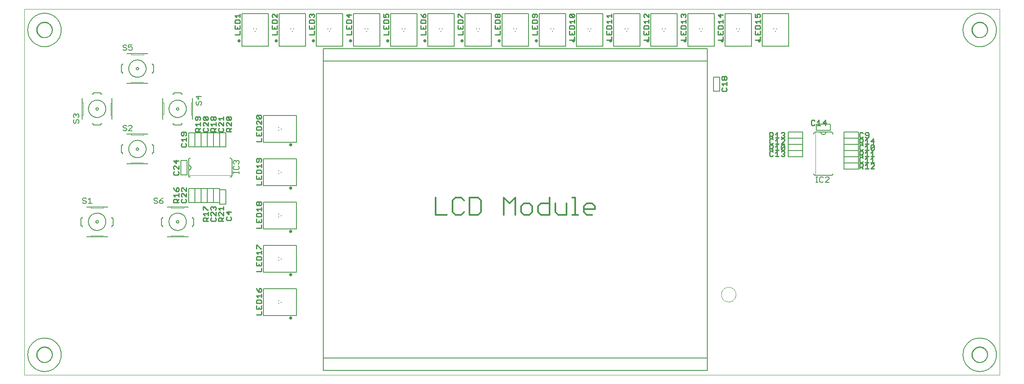
<source format=gto>
G75*
G70*
%OFA0B0*%
%FSLAX24Y24*%
%IPPOS*%
%LPD*%
%AMOC8*
5,1,8,0,0,1.08239X$1,22.5*
%
%ADD10C,0.0000*%
%ADD11C,0.0060*%
%ADD12C,0.0080*%
%ADD13C,0.0050*%
%ADD14C,0.0120*%
%ADD15C,0.0250*%
%ADD16R,0.0098X0.0098*%
%ADD17C,0.0090*%
%ADD18C,0.0020*%
D10*
X000100Y000444D02*
X000100Y030003D01*
X078840Y030003D01*
X078840Y000444D01*
X000100Y000444D01*
X001134Y002069D02*
X001136Y002117D01*
X001142Y002165D01*
X001152Y002212D01*
X001165Y002258D01*
X001183Y002303D01*
X001203Y002347D01*
X001228Y002389D01*
X001256Y002428D01*
X001286Y002465D01*
X001320Y002499D01*
X001357Y002531D01*
X001395Y002560D01*
X001436Y002585D01*
X001479Y002607D01*
X001524Y002625D01*
X001570Y002639D01*
X001617Y002650D01*
X001665Y002657D01*
X001713Y002660D01*
X001761Y002659D01*
X001809Y002654D01*
X001857Y002645D01*
X001903Y002633D01*
X001948Y002616D01*
X001992Y002596D01*
X002034Y002573D01*
X002074Y002546D01*
X002112Y002516D01*
X002147Y002483D01*
X002179Y002447D01*
X002209Y002409D01*
X002235Y002368D01*
X002257Y002325D01*
X002277Y002281D01*
X002292Y002236D01*
X002304Y002189D01*
X002312Y002141D01*
X002316Y002093D01*
X002316Y002045D01*
X002312Y001997D01*
X002304Y001949D01*
X002292Y001902D01*
X002277Y001857D01*
X002257Y001813D01*
X002235Y001770D01*
X002209Y001729D01*
X002179Y001691D01*
X002147Y001655D01*
X002112Y001622D01*
X002074Y001592D01*
X002034Y001565D01*
X001992Y001542D01*
X001948Y001522D01*
X001903Y001505D01*
X001857Y001493D01*
X001809Y001484D01*
X001761Y001479D01*
X001713Y001478D01*
X001665Y001481D01*
X001617Y001488D01*
X001570Y001499D01*
X001524Y001513D01*
X001479Y001531D01*
X001436Y001553D01*
X001395Y001578D01*
X001357Y001607D01*
X001320Y001639D01*
X001286Y001673D01*
X001256Y001710D01*
X001228Y001749D01*
X001203Y001791D01*
X001183Y001835D01*
X001165Y001880D01*
X001152Y001926D01*
X001142Y001973D01*
X001136Y002021D01*
X001134Y002069D01*
X056351Y006944D02*
X056353Y006992D01*
X056359Y007040D01*
X056369Y007087D01*
X056382Y007133D01*
X056400Y007178D01*
X056420Y007222D01*
X056445Y007264D01*
X056473Y007303D01*
X056503Y007340D01*
X056537Y007374D01*
X056574Y007406D01*
X056612Y007435D01*
X056653Y007460D01*
X056696Y007482D01*
X056741Y007500D01*
X056787Y007514D01*
X056834Y007525D01*
X056882Y007532D01*
X056930Y007535D01*
X056978Y007534D01*
X057026Y007529D01*
X057074Y007520D01*
X057120Y007508D01*
X057165Y007491D01*
X057209Y007471D01*
X057251Y007448D01*
X057291Y007421D01*
X057329Y007391D01*
X057364Y007358D01*
X057396Y007322D01*
X057426Y007284D01*
X057452Y007243D01*
X057474Y007200D01*
X057494Y007156D01*
X057509Y007111D01*
X057521Y007064D01*
X057529Y007016D01*
X057533Y006968D01*
X057533Y006920D01*
X057529Y006872D01*
X057521Y006824D01*
X057509Y006777D01*
X057494Y006732D01*
X057474Y006688D01*
X057452Y006645D01*
X057426Y006604D01*
X057396Y006566D01*
X057364Y006530D01*
X057329Y006497D01*
X057291Y006467D01*
X057251Y006440D01*
X057209Y006417D01*
X057165Y006397D01*
X057120Y006380D01*
X057074Y006368D01*
X057026Y006359D01*
X056978Y006354D01*
X056930Y006353D01*
X056882Y006356D01*
X056834Y006363D01*
X056787Y006374D01*
X056741Y006388D01*
X056696Y006406D01*
X056653Y006428D01*
X056612Y006453D01*
X056574Y006482D01*
X056537Y006514D01*
X056503Y006548D01*
X056473Y006585D01*
X056445Y006624D01*
X056420Y006666D01*
X056400Y006710D01*
X056382Y006755D01*
X056369Y006801D01*
X056359Y006848D01*
X056353Y006896D01*
X056351Y006944D01*
X076634Y002069D02*
X076636Y002117D01*
X076642Y002165D01*
X076652Y002212D01*
X076665Y002258D01*
X076683Y002303D01*
X076703Y002347D01*
X076728Y002389D01*
X076756Y002428D01*
X076786Y002465D01*
X076820Y002499D01*
X076857Y002531D01*
X076895Y002560D01*
X076936Y002585D01*
X076979Y002607D01*
X077024Y002625D01*
X077070Y002639D01*
X077117Y002650D01*
X077165Y002657D01*
X077213Y002660D01*
X077261Y002659D01*
X077309Y002654D01*
X077357Y002645D01*
X077403Y002633D01*
X077448Y002616D01*
X077492Y002596D01*
X077534Y002573D01*
X077574Y002546D01*
X077612Y002516D01*
X077647Y002483D01*
X077679Y002447D01*
X077709Y002409D01*
X077735Y002368D01*
X077757Y002325D01*
X077777Y002281D01*
X077792Y002236D01*
X077804Y002189D01*
X077812Y002141D01*
X077816Y002093D01*
X077816Y002045D01*
X077812Y001997D01*
X077804Y001949D01*
X077792Y001902D01*
X077777Y001857D01*
X077757Y001813D01*
X077735Y001770D01*
X077709Y001729D01*
X077679Y001691D01*
X077647Y001655D01*
X077612Y001622D01*
X077574Y001592D01*
X077534Y001565D01*
X077492Y001542D01*
X077448Y001522D01*
X077403Y001505D01*
X077357Y001493D01*
X077309Y001484D01*
X077261Y001479D01*
X077213Y001478D01*
X077165Y001481D01*
X077117Y001488D01*
X077070Y001499D01*
X077024Y001513D01*
X076979Y001531D01*
X076936Y001553D01*
X076895Y001578D01*
X076857Y001607D01*
X076820Y001639D01*
X076786Y001673D01*
X076756Y001710D01*
X076728Y001749D01*
X076703Y001791D01*
X076683Y001835D01*
X076665Y001880D01*
X076652Y001926D01*
X076642Y001973D01*
X076636Y002021D01*
X076634Y002069D01*
X076634Y028319D02*
X076636Y028367D01*
X076642Y028415D01*
X076652Y028462D01*
X076665Y028508D01*
X076683Y028553D01*
X076703Y028597D01*
X076728Y028639D01*
X076756Y028678D01*
X076786Y028715D01*
X076820Y028749D01*
X076857Y028781D01*
X076895Y028810D01*
X076936Y028835D01*
X076979Y028857D01*
X077024Y028875D01*
X077070Y028889D01*
X077117Y028900D01*
X077165Y028907D01*
X077213Y028910D01*
X077261Y028909D01*
X077309Y028904D01*
X077357Y028895D01*
X077403Y028883D01*
X077448Y028866D01*
X077492Y028846D01*
X077534Y028823D01*
X077574Y028796D01*
X077612Y028766D01*
X077647Y028733D01*
X077679Y028697D01*
X077709Y028659D01*
X077735Y028618D01*
X077757Y028575D01*
X077777Y028531D01*
X077792Y028486D01*
X077804Y028439D01*
X077812Y028391D01*
X077816Y028343D01*
X077816Y028295D01*
X077812Y028247D01*
X077804Y028199D01*
X077792Y028152D01*
X077777Y028107D01*
X077757Y028063D01*
X077735Y028020D01*
X077709Y027979D01*
X077679Y027941D01*
X077647Y027905D01*
X077612Y027872D01*
X077574Y027842D01*
X077534Y027815D01*
X077492Y027792D01*
X077448Y027772D01*
X077403Y027755D01*
X077357Y027743D01*
X077309Y027734D01*
X077261Y027729D01*
X077213Y027728D01*
X077165Y027731D01*
X077117Y027738D01*
X077070Y027749D01*
X077024Y027763D01*
X076979Y027781D01*
X076936Y027803D01*
X076895Y027828D01*
X076857Y027857D01*
X076820Y027889D01*
X076786Y027923D01*
X076756Y027960D01*
X076728Y027999D01*
X076703Y028041D01*
X076683Y028085D01*
X076665Y028130D01*
X076652Y028176D01*
X076642Y028223D01*
X076636Y028271D01*
X076634Y028319D01*
X001134Y028319D02*
X001136Y028367D01*
X001142Y028415D01*
X001152Y028462D01*
X001165Y028508D01*
X001183Y028553D01*
X001203Y028597D01*
X001228Y028639D01*
X001256Y028678D01*
X001286Y028715D01*
X001320Y028749D01*
X001357Y028781D01*
X001395Y028810D01*
X001436Y028835D01*
X001479Y028857D01*
X001524Y028875D01*
X001570Y028889D01*
X001617Y028900D01*
X001665Y028907D01*
X001713Y028910D01*
X001761Y028909D01*
X001809Y028904D01*
X001857Y028895D01*
X001903Y028883D01*
X001948Y028866D01*
X001992Y028846D01*
X002034Y028823D01*
X002074Y028796D01*
X002112Y028766D01*
X002147Y028733D01*
X002179Y028697D01*
X002209Y028659D01*
X002235Y028618D01*
X002257Y028575D01*
X002277Y028531D01*
X002292Y028486D01*
X002304Y028439D01*
X002312Y028391D01*
X002316Y028343D01*
X002316Y028295D01*
X002312Y028247D01*
X002304Y028199D01*
X002292Y028152D01*
X002277Y028107D01*
X002257Y028063D01*
X002235Y028020D01*
X002209Y027979D01*
X002179Y027941D01*
X002147Y027905D01*
X002112Y027872D01*
X002074Y027842D01*
X002034Y027815D01*
X001992Y027792D01*
X001948Y027772D01*
X001903Y027755D01*
X001857Y027743D01*
X001809Y027734D01*
X001761Y027729D01*
X001713Y027728D01*
X001665Y027731D01*
X001617Y027738D01*
X001570Y027749D01*
X001524Y027763D01*
X001479Y027781D01*
X001436Y027803D01*
X001395Y027828D01*
X001357Y027857D01*
X001320Y027889D01*
X001286Y027923D01*
X001256Y027960D01*
X001228Y027999D01*
X001203Y028041D01*
X001183Y028085D01*
X001165Y028130D01*
X001152Y028176D01*
X001142Y028223D01*
X001136Y028271D01*
X001134Y028319D01*
D11*
X000375Y028319D02*
X000377Y028392D01*
X000383Y028465D01*
X000393Y028537D01*
X000407Y028609D01*
X000424Y028680D01*
X000446Y028750D01*
X000471Y028819D01*
X000500Y028886D01*
X000532Y028951D01*
X000568Y029015D01*
X000608Y029077D01*
X000650Y029136D01*
X000696Y029193D01*
X000745Y029247D01*
X000797Y029299D01*
X000851Y029348D01*
X000908Y029394D01*
X000967Y029436D01*
X001029Y029476D01*
X001093Y029512D01*
X001158Y029544D01*
X001225Y029573D01*
X001294Y029598D01*
X001364Y029620D01*
X001435Y029637D01*
X001507Y029651D01*
X001579Y029661D01*
X001652Y029667D01*
X001725Y029669D01*
X001798Y029667D01*
X001871Y029661D01*
X001943Y029651D01*
X002015Y029637D01*
X002086Y029620D01*
X002156Y029598D01*
X002225Y029573D01*
X002292Y029544D01*
X002357Y029512D01*
X002421Y029476D01*
X002483Y029436D01*
X002542Y029394D01*
X002599Y029348D01*
X002653Y029299D01*
X002705Y029247D01*
X002754Y029193D01*
X002800Y029136D01*
X002842Y029077D01*
X002882Y029015D01*
X002918Y028951D01*
X002950Y028886D01*
X002979Y028819D01*
X003004Y028750D01*
X003026Y028680D01*
X003043Y028609D01*
X003057Y028537D01*
X003067Y028465D01*
X003073Y028392D01*
X003075Y028319D01*
X003073Y028246D01*
X003067Y028173D01*
X003057Y028101D01*
X003043Y028029D01*
X003026Y027958D01*
X003004Y027888D01*
X002979Y027819D01*
X002950Y027752D01*
X002918Y027687D01*
X002882Y027623D01*
X002842Y027561D01*
X002800Y027502D01*
X002754Y027445D01*
X002705Y027391D01*
X002653Y027339D01*
X002599Y027290D01*
X002542Y027244D01*
X002483Y027202D01*
X002421Y027162D01*
X002357Y027126D01*
X002292Y027094D01*
X002225Y027065D01*
X002156Y027040D01*
X002086Y027018D01*
X002015Y027001D01*
X001943Y026987D01*
X001871Y026977D01*
X001798Y026971D01*
X001725Y026969D01*
X001652Y026971D01*
X001579Y026977D01*
X001507Y026987D01*
X001435Y027001D01*
X001364Y027018D01*
X001294Y027040D01*
X001225Y027065D01*
X001158Y027094D01*
X001093Y027126D01*
X001029Y027162D01*
X000967Y027202D01*
X000908Y027244D01*
X000851Y027290D01*
X000797Y027339D01*
X000745Y027391D01*
X000696Y027445D01*
X000650Y027502D01*
X000608Y027561D01*
X000568Y027623D01*
X000532Y027687D01*
X000500Y027752D01*
X000471Y027819D01*
X000446Y027888D01*
X000424Y027958D01*
X000407Y028029D01*
X000393Y028101D01*
X000383Y028173D01*
X000377Y028246D01*
X000375Y028319D01*
X008025Y025594D02*
X008025Y025494D01*
X007925Y025494D01*
X007925Y024894D01*
X008025Y024894D01*
X008025Y024794D01*
X009125Y025194D02*
X009127Y025214D01*
X009133Y025232D01*
X009142Y025250D01*
X009154Y025265D01*
X009169Y025277D01*
X009187Y025286D01*
X009205Y025292D01*
X009225Y025294D01*
X009245Y025292D01*
X009263Y025286D01*
X009281Y025277D01*
X009296Y025265D01*
X009308Y025250D01*
X009317Y025232D01*
X009323Y025214D01*
X009325Y025194D01*
X009323Y025174D01*
X009317Y025156D01*
X009308Y025138D01*
X009296Y025123D01*
X009281Y025111D01*
X009263Y025102D01*
X009245Y025096D01*
X009225Y025094D01*
X009205Y025096D01*
X009187Y025102D01*
X009169Y025111D01*
X009154Y025123D01*
X009142Y025138D01*
X009133Y025156D01*
X009127Y025174D01*
X009125Y025194D01*
X008525Y025194D02*
X008527Y025246D01*
X008533Y025298D01*
X008543Y025350D01*
X008556Y025400D01*
X008573Y025450D01*
X008594Y025498D01*
X008619Y025544D01*
X008647Y025588D01*
X008678Y025630D01*
X008712Y025670D01*
X008749Y025707D01*
X008789Y025741D01*
X008831Y025772D01*
X008875Y025800D01*
X008921Y025825D01*
X008969Y025846D01*
X009019Y025863D01*
X009069Y025876D01*
X009121Y025886D01*
X009173Y025892D01*
X009225Y025894D01*
X009277Y025892D01*
X009329Y025886D01*
X009381Y025876D01*
X009431Y025863D01*
X009481Y025846D01*
X009529Y025825D01*
X009575Y025800D01*
X009619Y025772D01*
X009661Y025741D01*
X009701Y025707D01*
X009738Y025670D01*
X009772Y025630D01*
X009803Y025588D01*
X009831Y025544D01*
X009856Y025498D01*
X009877Y025450D01*
X009894Y025400D01*
X009907Y025350D01*
X009917Y025298D01*
X009923Y025246D01*
X009925Y025194D01*
X009923Y025142D01*
X009917Y025090D01*
X009907Y025038D01*
X009894Y024988D01*
X009877Y024938D01*
X009856Y024890D01*
X009831Y024844D01*
X009803Y024800D01*
X009772Y024758D01*
X009738Y024718D01*
X009701Y024681D01*
X009661Y024647D01*
X009619Y024616D01*
X009575Y024588D01*
X009529Y024563D01*
X009481Y024542D01*
X009431Y024525D01*
X009381Y024512D01*
X009329Y024502D01*
X009277Y024496D01*
X009225Y024494D01*
X009173Y024496D01*
X009121Y024502D01*
X009069Y024512D01*
X009019Y024525D01*
X008969Y024542D01*
X008921Y024563D01*
X008875Y024588D01*
X008831Y024616D01*
X008789Y024647D01*
X008749Y024681D01*
X008712Y024718D01*
X008678Y024758D01*
X008647Y024800D01*
X008619Y024844D01*
X008594Y024890D01*
X008573Y024938D01*
X008556Y024988D01*
X008543Y025038D01*
X008533Y025090D01*
X008527Y025142D01*
X008525Y025194D01*
X010425Y025494D02*
X010425Y025594D01*
X010425Y025494D02*
X010525Y025494D01*
X010525Y024894D01*
X010425Y024894D01*
X010425Y024794D01*
X010075Y023994D02*
X009675Y023994D01*
X008725Y023994D01*
X008375Y023994D01*
X006375Y023144D02*
X006275Y023144D01*
X006275Y023244D01*
X005675Y023244D01*
X005675Y023144D01*
X005575Y023144D01*
X004775Y022794D02*
X004775Y022444D01*
X004775Y021444D01*
X004775Y021094D01*
X005575Y020744D02*
X005675Y020744D01*
X005675Y020644D01*
X006275Y020644D01*
X006275Y020744D01*
X006375Y020744D01*
X007175Y021094D02*
X007175Y021444D01*
X007175Y022394D01*
X007175Y022794D01*
X005875Y021944D02*
X005877Y021964D01*
X005883Y021982D01*
X005892Y022000D01*
X005904Y022015D01*
X005919Y022027D01*
X005937Y022036D01*
X005955Y022042D01*
X005975Y022044D01*
X005995Y022042D01*
X006013Y022036D01*
X006031Y022027D01*
X006046Y022015D01*
X006058Y022000D01*
X006067Y021982D01*
X006073Y021964D01*
X006075Y021944D01*
X006073Y021924D01*
X006067Y021906D01*
X006058Y021888D01*
X006046Y021873D01*
X006031Y021861D01*
X006013Y021852D01*
X005995Y021846D01*
X005975Y021844D01*
X005955Y021846D01*
X005937Y021852D01*
X005919Y021861D01*
X005904Y021873D01*
X005892Y021888D01*
X005883Y021906D01*
X005877Y021924D01*
X005875Y021944D01*
X005275Y021944D02*
X005277Y021996D01*
X005283Y022048D01*
X005293Y022100D01*
X005306Y022150D01*
X005323Y022200D01*
X005344Y022248D01*
X005369Y022294D01*
X005397Y022338D01*
X005428Y022380D01*
X005462Y022420D01*
X005499Y022457D01*
X005539Y022491D01*
X005581Y022522D01*
X005625Y022550D01*
X005671Y022575D01*
X005719Y022596D01*
X005769Y022613D01*
X005819Y022626D01*
X005871Y022636D01*
X005923Y022642D01*
X005975Y022644D01*
X006027Y022642D01*
X006079Y022636D01*
X006131Y022626D01*
X006181Y022613D01*
X006231Y022596D01*
X006279Y022575D01*
X006325Y022550D01*
X006369Y022522D01*
X006411Y022491D01*
X006451Y022457D01*
X006488Y022420D01*
X006522Y022380D01*
X006553Y022338D01*
X006581Y022294D01*
X006606Y022248D01*
X006627Y022200D01*
X006644Y022150D01*
X006657Y022100D01*
X006667Y022048D01*
X006673Y021996D01*
X006675Y021944D01*
X006673Y021892D01*
X006667Y021840D01*
X006657Y021788D01*
X006644Y021738D01*
X006627Y021688D01*
X006606Y021640D01*
X006581Y021594D01*
X006553Y021550D01*
X006522Y021508D01*
X006488Y021468D01*
X006451Y021431D01*
X006411Y021397D01*
X006369Y021366D01*
X006325Y021338D01*
X006279Y021313D01*
X006231Y021292D01*
X006181Y021275D01*
X006131Y021262D01*
X006079Y021252D01*
X006027Y021246D01*
X005975Y021244D01*
X005923Y021246D01*
X005871Y021252D01*
X005819Y021262D01*
X005769Y021275D01*
X005719Y021292D01*
X005671Y021313D01*
X005625Y021338D01*
X005581Y021366D01*
X005539Y021397D01*
X005499Y021431D01*
X005462Y021468D01*
X005428Y021508D01*
X005397Y021550D01*
X005369Y021594D01*
X005344Y021640D01*
X005323Y021688D01*
X005306Y021738D01*
X005293Y021788D01*
X005283Y021840D01*
X005277Y021892D01*
X005275Y021944D01*
X008375Y019894D02*
X008725Y019894D01*
X009725Y019894D01*
X010075Y019894D01*
X012075Y020744D02*
X012175Y020744D01*
X012175Y020644D01*
X012775Y020644D01*
X012775Y020744D01*
X012875Y020744D01*
X013675Y021094D02*
X013675Y021444D01*
X013675Y022444D01*
X013675Y022794D01*
X012875Y023144D02*
X012775Y023144D01*
X012775Y023244D01*
X012175Y023244D01*
X012175Y023144D01*
X012075Y023144D01*
X011275Y022794D02*
X011275Y022444D01*
X011275Y021494D01*
X011275Y021094D01*
X012375Y021944D02*
X012377Y021964D01*
X012383Y021982D01*
X012392Y022000D01*
X012404Y022015D01*
X012419Y022027D01*
X012437Y022036D01*
X012455Y022042D01*
X012475Y022044D01*
X012495Y022042D01*
X012513Y022036D01*
X012531Y022027D01*
X012546Y022015D01*
X012558Y022000D01*
X012567Y021982D01*
X012573Y021964D01*
X012575Y021944D01*
X012573Y021924D01*
X012567Y021906D01*
X012558Y021888D01*
X012546Y021873D01*
X012531Y021861D01*
X012513Y021852D01*
X012495Y021846D01*
X012475Y021844D01*
X012455Y021846D01*
X012437Y021852D01*
X012419Y021861D01*
X012404Y021873D01*
X012392Y021888D01*
X012383Y021906D01*
X012377Y021924D01*
X012375Y021944D01*
X011775Y021944D02*
X011777Y021996D01*
X011783Y022048D01*
X011793Y022100D01*
X011806Y022150D01*
X011823Y022200D01*
X011844Y022248D01*
X011869Y022294D01*
X011897Y022338D01*
X011928Y022380D01*
X011962Y022420D01*
X011999Y022457D01*
X012039Y022491D01*
X012081Y022522D01*
X012125Y022550D01*
X012171Y022575D01*
X012219Y022596D01*
X012269Y022613D01*
X012319Y022626D01*
X012371Y022636D01*
X012423Y022642D01*
X012475Y022644D01*
X012527Y022642D01*
X012579Y022636D01*
X012631Y022626D01*
X012681Y022613D01*
X012731Y022596D01*
X012779Y022575D01*
X012825Y022550D01*
X012869Y022522D01*
X012911Y022491D01*
X012951Y022457D01*
X012988Y022420D01*
X013022Y022380D01*
X013053Y022338D01*
X013081Y022294D01*
X013106Y022248D01*
X013127Y022200D01*
X013144Y022150D01*
X013157Y022100D01*
X013167Y022048D01*
X013173Y021996D01*
X013175Y021944D01*
X013173Y021892D01*
X013167Y021840D01*
X013157Y021788D01*
X013144Y021738D01*
X013127Y021688D01*
X013106Y021640D01*
X013081Y021594D01*
X013053Y021550D01*
X013022Y021508D01*
X012988Y021468D01*
X012951Y021431D01*
X012911Y021397D01*
X012869Y021366D01*
X012825Y021338D01*
X012779Y021313D01*
X012731Y021292D01*
X012681Y021275D01*
X012631Y021262D01*
X012579Y021252D01*
X012527Y021246D01*
X012475Y021244D01*
X012423Y021246D01*
X012371Y021252D01*
X012319Y021262D01*
X012269Y021275D01*
X012219Y021292D01*
X012171Y021313D01*
X012125Y021338D01*
X012081Y021366D01*
X012039Y021397D01*
X011999Y021431D01*
X011962Y021468D01*
X011928Y021508D01*
X011897Y021550D01*
X011869Y021594D01*
X011844Y021640D01*
X011823Y021688D01*
X011806Y021738D01*
X011793Y021788D01*
X011783Y021840D01*
X011777Y021892D01*
X011775Y021944D01*
X010425Y019094D02*
X010425Y018994D01*
X010525Y018994D01*
X010525Y018394D01*
X010425Y018394D01*
X010425Y018294D01*
X010075Y017494D02*
X009675Y017494D01*
X008725Y017494D01*
X008375Y017494D01*
X008025Y018294D02*
X008025Y018394D01*
X007925Y018394D01*
X007925Y018994D01*
X008025Y018994D01*
X008025Y019094D01*
X009125Y018694D02*
X009127Y018714D01*
X009133Y018732D01*
X009142Y018750D01*
X009154Y018765D01*
X009169Y018777D01*
X009187Y018786D01*
X009205Y018792D01*
X009225Y018794D01*
X009245Y018792D01*
X009263Y018786D01*
X009281Y018777D01*
X009296Y018765D01*
X009308Y018750D01*
X009317Y018732D01*
X009323Y018714D01*
X009325Y018694D01*
X009323Y018674D01*
X009317Y018656D01*
X009308Y018638D01*
X009296Y018623D01*
X009281Y018611D01*
X009263Y018602D01*
X009245Y018596D01*
X009225Y018594D01*
X009205Y018596D01*
X009187Y018602D01*
X009169Y018611D01*
X009154Y018623D01*
X009142Y018638D01*
X009133Y018656D01*
X009127Y018674D01*
X009125Y018694D01*
X008525Y018694D02*
X008527Y018746D01*
X008533Y018798D01*
X008543Y018850D01*
X008556Y018900D01*
X008573Y018950D01*
X008594Y018998D01*
X008619Y019044D01*
X008647Y019088D01*
X008678Y019130D01*
X008712Y019170D01*
X008749Y019207D01*
X008789Y019241D01*
X008831Y019272D01*
X008875Y019300D01*
X008921Y019325D01*
X008969Y019346D01*
X009019Y019363D01*
X009069Y019376D01*
X009121Y019386D01*
X009173Y019392D01*
X009225Y019394D01*
X009277Y019392D01*
X009329Y019386D01*
X009381Y019376D01*
X009431Y019363D01*
X009481Y019346D01*
X009529Y019325D01*
X009575Y019300D01*
X009619Y019272D01*
X009661Y019241D01*
X009701Y019207D01*
X009738Y019170D01*
X009772Y019130D01*
X009803Y019088D01*
X009831Y019044D01*
X009856Y018998D01*
X009877Y018950D01*
X009894Y018900D01*
X009907Y018850D01*
X009917Y018798D01*
X009923Y018746D01*
X009925Y018694D01*
X009923Y018642D01*
X009917Y018590D01*
X009907Y018538D01*
X009894Y018488D01*
X009877Y018438D01*
X009856Y018390D01*
X009831Y018344D01*
X009803Y018300D01*
X009772Y018258D01*
X009738Y018218D01*
X009701Y018181D01*
X009661Y018147D01*
X009619Y018116D01*
X009575Y018088D01*
X009529Y018063D01*
X009481Y018042D01*
X009431Y018025D01*
X009381Y018012D01*
X009329Y018002D01*
X009277Y017996D01*
X009225Y017994D01*
X009173Y017996D01*
X009121Y018002D01*
X009069Y018012D01*
X009019Y018025D01*
X008969Y018042D01*
X008921Y018063D01*
X008875Y018088D01*
X008831Y018116D01*
X008789Y018147D01*
X008749Y018181D01*
X008712Y018218D01*
X008678Y018258D01*
X008647Y018300D01*
X008619Y018344D01*
X008594Y018390D01*
X008573Y018438D01*
X008556Y018488D01*
X008543Y018538D01*
X008533Y018590D01*
X008527Y018642D01*
X008525Y018694D01*
X013350Y017814D02*
X013350Y017394D01*
X013350Y016994D01*
X013350Y016574D01*
X013352Y016551D01*
X013357Y016528D01*
X013366Y016506D01*
X013379Y016486D01*
X013394Y016468D01*
X013412Y016453D01*
X013432Y016440D01*
X013454Y016431D01*
X013477Y016426D01*
X013500Y016424D01*
X013350Y016994D02*
X013377Y016996D01*
X013404Y017001D01*
X013430Y017011D01*
X013454Y017023D01*
X013476Y017039D01*
X013496Y017057D01*
X013513Y017079D01*
X013528Y017102D01*
X013538Y017127D01*
X013546Y017153D01*
X013550Y017180D01*
X013550Y017208D01*
X013546Y017235D01*
X013538Y017261D01*
X013528Y017286D01*
X013513Y017309D01*
X013496Y017331D01*
X013476Y017349D01*
X013454Y017365D01*
X013430Y017377D01*
X013404Y017387D01*
X013377Y017392D01*
X013350Y017394D01*
X013350Y017814D02*
X013352Y017837D01*
X013357Y017860D01*
X013366Y017882D01*
X013379Y017902D01*
X013394Y017920D01*
X013412Y017935D01*
X013432Y017948D01*
X013454Y017957D01*
X013477Y017962D01*
X013500Y017964D01*
X016700Y017964D02*
X016723Y017962D01*
X016746Y017957D01*
X016768Y017948D01*
X016788Y017935D01*
X016806Y017920D01*
X016821Y017902D01*
X016834Y017882D01*
X016843Y017860D01*
X016848Y017837D01*
X016850Y017814D01*
X016850Y016574D01*
X016848Y016551D01*
X016843Y016528D01*
X016834Y016506D01*
X016821Y016486D01*
X016806Y016468D01*
X016788Y016453D01*
X016768Y016440D01*
X016746Y016431D01*
X016723Y016426D01*
X016700Y016424D01*
X013325Y014019D02*
X012975Y014019D01*
X011975Y014019D01*
X011625Y014019D01*
X011275Y013219D02*
X011275Y013119D01*
X011175Y013119D01*
X011175Y012519D01*
X011275Y012519D01*
X011275Y012419D01*
X012375Y012819D02*
X012377Y012839D01*
X012383Y012857D01*
X012392Y012875D01*
X012404Y012890D01*
X012419Y012902D01*
X012437Y012911D01*
X012455Y012917D01*
X012475Y012919D01*
X012495Y012917D01*
X012513Y012911D01*
X012531Y012902D01*
X012546Y012890D01*
X012558Y012875D01*
X012567Y012857D01*
X012573Y012839D01*
X012575Y012819D01*
X012573Y012799D01*
X012567Y012781D01*
X012558Y012763D01*
X012546Y012748D01*
X012531Y012736D01*
X012513Y012727D01*
X012495Y012721D01*
X012475Y012719D01*
X012455Y012721D01*
X012437Y012727D01*
X012419Y012736D01*
X012404Y012748D01*
X012392Y012763D01*
X012383Y012781D01*
X012377Y012799D01*
X012375Y012819D01*
X011775Y012819D02*
X011777Y012871D01*
X011783Y012923D01*
X011793Y012975D01*
X011806Y013025D01*
X011823Y013075D01*
X011844Y013123D01*
X011869Y013169D01*
X011897Y013213D01*
X011928Y013255D01*
X011962Y013295D01*
X011999Y013332D01*
X012039Y013366D01*
X012081Y013397D01*
X012125Y013425D01*
X012171Y013450D01*
X012219Y013471D01*
X012269Y013488D01*
X012319Y013501D01*
X012371Y013511D01*
X012423Y013517D01*
X012475Y013519D01*
X012527Y013517D01*
X012579Y013511D01*
X012631Y013501D01*
X012681Y013488D01*
X012731Y013471D01*
X012779Y013450D01*
X012825Y013425D01*
X012869Y013397D01*
X012911Y013366D01*
X012951Y013332D01*
X012988Y013295D01*
X013022Y013255D01*
X013053Y013213D01*
X013081Y013169D01*
X013106Y013123D01*
X013127Y013075D01*
X013144Y013025D01*
X013157Y012975D01*
X013167Y012923D01*
X013173Y012871D01*
X013175Y012819D01*
X013173Y012767D01*
X013167Y012715D01*
X013157Y012663D01*
X013144Y012613D01*
X013127Y012563D01*
X013106Y012515D01*
X013081Y012469D01*
X013053Y012425D01*
X013022Y012383D01*
X012988Y012343D01*
X012951Y012306D01*
X012911Y012272D01*
X012869Y012241D01*
X012825Y012213D01*
X012779Y012188D01*
X012731Y012167D01*
X012681Y012150D01*
X012631Y012137D01*
X012579Y012127D01*
X012527Y012121D01*
X012475Y012119D01*
X012423Y012121D01*
X012371Y012127D01*
X012319Y012137D01*
X012269Y012150D01*
X012219Y012167D01*
X012171Y012188D01*
X012125Y012213D01*
X012081Y012241D01*
X012039Y012272D01*
X011999Y012306D01*
X011962Y012343D01*
X011928Y012383D01*
X011897Y012425D01*
X011869Y012469D01*
X011844Y012515D01*
X011823Y012563D01*
X011806Y012613D01*
X011793Y012663D01*
X011783Y012715D01*
X011777Y012767D01*
X011775Y012819D01*
X013675Y013119D02*
X013675Y013219D01*
X013675Y013119D02*
X013775Y013119D01*
X013775Y012519D01*
X013675Y012519D01*
X013675Y012419D01*
X013325Y011619D02*
X012925Y011619D01*
X011975Y011619D01*
X011625Y011619D01*
X007275Y012519D02*
X007275Y013119D01*
X007175Y013119D01*
X007175Y013219D01*
X005875Y012819D02*
X005877Y012839D01*
X005883Y012857D01*
X005892Y012875D01*
X005904Y012890D01*
X005919Y012902D01*
X005937Y012911D01*
X005955Y012917D01*
X005975Y012919D01*
X005995Y012917D01*
X006013Y012911D01*
X006031Y012902D01*
X006046Y012890D01*
X006058Y012875D01*
X006067Y012857D01*
X006073Y012839D01*
X006075Y012819D01*
X006073Y012799D01*
X006067Y012781D01*
X006058Y012763D01*
X006046Y012748D01*
X006031Y012736D01*
X006013Y012727D01*
X005995Y012721D01*
X005975Y012719D01*
X005955Y012721D01*
X005937Y012727D01*
X005919Y012736D01*
X005904Y012748D01*
X005892Y012763D01*
X005883Y012781D01*
X005877Y012799D01*
X005875Y012819D01*
X005275Y012819D02*
X005277Y012871D01*
X005283Y012923D01*
X005293Y012975D01*
X005306Y013025D01*
X005323Y013075D01*
X005344Y013123D01*
X005369Y013169D01*
X005397Y013213D01*
X005428Y013255D01*
X005462Y013295D01*
X005499Y013332D01*
X005539Y013366D01*
X005581Y013397D01*
X005625Y013425D01*
X005671Y013450D01*
X005719Y013471D01*
X005769Y013488D01*
X005819Y013501D01*
X005871Y013511D01*
X005923Y013517D01*
X005975Y013519D01*
X006027Y013517D01*
X006079Y013511D01*
X006131Y013501D01*
X006181Y013488D01*
X006231Y013471D01*
X006279Y013450D01*
X006325Y013425D01*
X006369Y013397D01*
X006411Y013366D01*
X006451Y013332D01*
X006488Y013295D01*
X006522Y013255D01*
X006553Y013213D01*
X006581Y013169D01*
X006606Y013123D01*
X006627Y013075D01*
X006644Y013025D01*
X006657Y012975D01*
X006667Y012923D01*
X006673Y012871D01*
X006675Y012819D01*
X006673Y012767D01*
X006667Y012715D01*
X006657Y012663D01*
X006644Y012613D01*
X006627Y012563D01*
X006606Y012515D01*
X006581Y012469D01*
X006553Y012425D01*
X006522Y012383D01*
X006488Y012343D01*
X006451Y012306D01*
X006411Y012272D01*
X006369Y012241D01*
X006325Y012213D01*
X006279Y012188D01*
X006231Y012167D01*
X006181Y012150D01*
X006131Y012137D01*
X006079Y012127D01*
X006027Y012121D01*
X005975Y012119D01*
X005923Y012121D01*
X005871Y012127D01*
X005819Y012137D01*
X005769Y012150D01*
X005719Y012167D01*
X005671Y012188D01*
X005625Y012213D01*
X005581Y012241D01*
X005539Y012272D01*
X005499Y012306D01*
X005462Y012343D01*
X005428Y012383D01*
X005397Y012425D01*
X005369Y012469D01*
X005344Y012515D01*
X005323Y012563D01*
X005306Y012613D01*
X005293Y012663D01*
X005283Y012715D01*
X005277Y012767D01*
X005275Y012819D01*
X004775Y013119D02*
X004775Y013219D01*
X004775Y013119D02*
X004675Y013119D01*
X004675Y012519D01*
X004775Y012519D01*
X004775Y012419D01*
X005125Y011619D02*
X005475Y011619D01*
X006425Y011619D01*
X006825Y011619D01*
X007175Y012419D02*
X007175Y012519D01*
X007275Y012519D01*
X006825Y014019D02*
X006475Y014019D01*
X005475Y014019D01*
X005125Y014019D01*
X000375Y002069D02*
X000377Y002142D01*
X000383Y002215D01*
X000393Y002287D01*
X000407Y002359D01*
X000424Y002430D01*
X000446Y002500D01*
X000471Y002569D01*
X000500Y002636D01*
X000532Y002701D01*
X000568Y002765D01*
X000608Y002827D01*
X000650Y002886D01*
X000696Y002943D01*
X000745Y002997D01*
X000797Y003049D01*
X000851Y003098D01*
X000908Y003144D01*
X000967Y003186D01*
X001029Y003226D01*
X001093Y003262D01*
X001158Y003294D01*
X001225Y003323D01*
X001294Y003348D01*
X001364Y003370D01*
X001435Y003387D01*
X001507Y003401D01*
X001579Y003411D01*
X001652Y003417D01*
X001725Y003419D01*
X001798Y003417D01*
X001871Y003411D01*
X001943Y003401D01*
X002015Y003387D01*
X002086Y003370D01*
X002156Y003348D01*
X002225Y003323D01*
X002292Y003294D01*
X002357Y003262D01*
X002421Y003226D01*
X002483Y003186D01*
X002542Y003144D01*
X002599Y003098D01*
X002653Y003049D01*
X002705Y002997D01*
X002754Y002943D01*
X002800Y002886D01*
X002842Y002827D01*
X002882Y002765D01*
X002918Y002701D01*
X002950Y002636D01*
X002979Y002569D01*
X003004Y002500D01*
X003026Y002430D01*
X003043Y002359D01*
X003057Y002287D01*
X003067Y002215D01*
X003073Y002142D01*
X003075Y002069D01*
X003073Y001996D01*
X003067Y001923D01*
X003057Y001851D01*
X003043Y001779D01*
X003026Y001708D01*
X003004Y001638D01*
X002979Y001569D01*
X002950Y001502D01*
X002918Y001437D01*
X002882Y001373D01*
X002842Y001311D01*
X002800Y001252D01*
X002754Y001195D01*
X002705Y001141D01*
X002653Y001089D01*
X002599Y001040D01*
X002542Y000994D01*
X002483Y000952D01*
X002421Y000912D01*
X002357Y000876D01*
X002292Y000844D01*
X002225Y000815D01*
X002156Y000790D01*
X002086Y000768D01*
X002015Y000751D01*
X001943Y000737D01*
X001871Y000727D01*
X001798Y000721D01*
X001725Y000719D01*
X001652Y000721D01*
X001579Y000727D01*
X001507Y000737D01*
X001435Y000751D01*
X001364Y000768D01*
X001294Y000790D01*
X001225Y000815D01*
X001158Y000844D01*
X001093Y000876D01*
X001029Y000912D01*
X000967Y000952D01*
X000908Y000994D01*
X000851Y001040D01*
X000797Y001089D01*
X000745Y001141D01*
X000696Y001195D01*
X000650Y001252D01*
X000608Y001311D01*
X000568Y001373D01*
X000532Y001437D01*
X000500Y001502D01*
X000471Y001569D01*
X000446Y001638D01*
X000424Y001708D01*
X000407Y001779D01*
X000393Y001851D01*
X000383Y001923D01*
X000377Y001996D01*
X000375Y002069D01*
X063980Y016569D02*
X065220Y016569D01*
X065243Y016571D01*
X065266Y016576D01*
X065288Y016585D01*
X065308Y016598D01*
X065326Y016613D01*
X065341Y016631D01*
X065354Y016651D01*
X065363Y016673D01*
X065368Y016696D01*
X065370Y016719D01*
X063980Y016569D02*
X063957Y016571D01*
X063934Y016576D01*
X063912Y016585D01*
X063892Y016598D01*
X063874Y016613D01*
X063859Y016631D01*
X063846Y016651D01*
X063837Y016673D01*
X063832Y016696D01*
X063830Y016719D01*
X063830Y019919D02*
X063832Y019942D01*
X063837Y019965D01*
X063846Y019987D01*
X063859Y020007D01*
X063874Y020025D01*
X063892Y020040D01*
X063912Y020053D01*
X063934Y020062D01*
X063957Y020067D01*
X063980Y020069D01*
X064400Y020069D01*
X064800Y020069D01*
X065220Y020069D01*
X065243Y020067D01*
X065266Y020062D01*
X065288Y020053D01*
X065308Y020040D01*
X065326Y020025D01*
X065341Y020007D01*
X065354Y019987D01*
X065363Y019965D01*
X065368Y019942D01*
X065370Y019919D01*
X064800Y020069D02*
X064798Y020042D01*
X064793Y020015D01*
X064783Y019989D01*
X064771Y019965D01*
X064755Y019943D01*
X064737Y019923D01*
X064715Y019906D01*
X064692Y019891D01*
X064667Y019881D01*
X064641Y019873D01*
X064614Y019869D01*
X064586Y019869D01*
X064559Y019873D01*
X064533Y019881D01*
X064508Y019891D01*
X064485Y019906D01*
X064463Y019923D01*
X064445Y019943D01*
X064429Y019965D01*
X064417Y019989D01*
X064407Y020015D01*
X064402Y020042D01*
X064400Y020069D01*
X075875Y028319D02*
X075877Y028392D01*
X075883Y028465D01*
X075893Y028537D01*
X075907Y028609D01*
X075924Y028680D01*
X075946Y028750D01*
X075971Y028819D01*
X076000Y028886D01*
X076032Y028951D01*
X076068Y029015D01*
X076108Y029077D01*
X076150Y029136D01*
X076196Y029193D01*
X076245Y029247D01*
X076297Y029299D01*
X076351Y029348D01*
X076408Y029394D01*
X076467Y029436D01*
X076529Y029476D01*
X076593Y029512D01*
X076658Y029544D01*
X076725Y029573D01*
X076794Y029598D01*
X076864Y029620D01*
X076935Y029637D01*
X077007Y029651D01*
X077079Y029661D01*
X077152Y029667D01*
X077225Y029669D01*
X077298Y029667D01*
X077371Y029661D01*
X077443Y029651D01*
X077515Y029637D01*
X077586Y029620D01*
X077656Y029598D01*
X077725Y029573D01*
X077792Y029544D01*
X077857Y029512D01*
X077921Y029476D01*
X077983Y029436D01*
X078042Y029394D01*
X078099Y029348D01*
X078153Y029299D01*
X078205Y029247D01*
X078254Y029193D01*
X078300Y029136D01*
X078342Y029077D01*
X078382Y029015D01*
X078418Y028951D01*
X078450Y028886D01*
X078479Y028819D01*
X078504Y028750D01*
X078526Y028680D01*
X078543Y028609D01*
X078557Y028537D01*
X078567Y028465D01*
X078573Y028392D01*
X078575Y028319D01*
X078573Y028246D01*
X078567Y028173D01*
X078557Y028101D01*
X078543Y028029D01*
X078526Y027958D01*
X078504Y027888D01*
X078479Y027819D01*
X078450Y027752D01*
X078418Y027687D01*
X078382Y027623D01*
X078342Y027561D01*
X078300Y027502D01*
X078254Y027445D01*
X078205Y027391D01*
X078153Y027339D01*
X078099Y027290D01*
X078042Y027244D01*
X077983Y027202D01*
X077921Y027162D01*
X077857Y027126D01*
X077792Y027094D01*
X077725Y027065D01*
X077656Y027040D01*
X077586Y027018D01*
X077515Y027001D01*
X077443Y026987D01*
X077371Y026977D01*
X077298Y026971D01*
X077225Y026969D01*
X077152Y026971D01*
X077079Y026977D01*
X077007Y026987D01*
X076935Y027001D01*
X076864Y027018D01*
X076794Y027040D01*
X076725Y027065D01*
X076658Y027094D01*
X076593Y027126D01*
X076529Y027162D01*
X076467Y027202D01*
X076408Y027244D01*
X076351Y027290D01*
X076297Y027339D01*
X076245Y027391D01*
X076196Y027445D01*
X076150Y027502D01*
X076108Y027561D01*
X076068Y027623D01*
X076032Y027687D01*
X076000Y027752D01*
X075971Y027819D01*
X075946Y027888D01*
X075924Y027958D01*
X075907Y028029D01*
X075893Y028101D01*
X075883Y028173D01*
X075877Y028246D01*
X075875Y028319D01*
X010075Y026394D02*
X009725Y026394D01*
X008725Y026394D01*
X008375Y026394D01*
X075875Y002069D02*
X075877Y002142D01*
X075883Y002215D01*
X075893Y002287D01*
X075907Y002359D01*
X075924Y002430D01*
X075946Y002500D01*
X075971Y002569D01*
X076000Y002636D01*
X076032Y002701D01*
X076068Y002765D01*
X076108Y002827D01*
X076150Y002886D01*
X076196Y002943D01*
X076245Y002997D01*
X076297Y003049D01*
X076351Y003098D01*
X076408Y003144D01*
X076467Y003186D01*
X076529Y003226D01*
X076593Y003262D01*
X076658Y003294D01*
X076725Y003323D01*
X076794Y003348D01*
X076864Y003370D01*
X076935Y003387D01*
X077007Y003401D01*
X077079Y003411D01*
X077152Y003417D01*
X077225Y003419D01*
X077298Y003417D01*
X077371Y003411D01*
X077443Y003401D01*
X077515Y003387D01*
X077586Y003370D01*
X077656Y003348D01*
X077725Y003323D01*
X077792Y003294D01*
X077857Y003262D01*
X077921Y003226D01*
X077983Y003186D01*
X078042Y003144D01*
X078099Y003098D01*
X078153Y003049D01*
X078205Y002997D01*
X078254Y002943D01*
X078300Y002886D01*
X078342Y002827D01*
X078382Y002765D01*
X078418Y002701D01*
X078450Y002636D01*
X078479Y002569D01*
X078504Y002500D01*
X078526Y002430D01*
X078543Y002359D01*
X078557Y002287D01*
X078567Y002215D01*
X078573Y002142D01*
X078575Y002069D01*
X078573Y001996D01*
X078567Y001923D01*
X078557Y001851D01*
X078543Y001779D01*
X078526Y001708D01*
X078504Y001638D01*
X078479Y001569D01*
X078450Y001502D01*
X078418Y001437D01*
X078382Y001373D01*
X078342Y001311D01*
X078300Y001252D01*
X078254Y001195D01*
X078205Y001141D01*
X078153Y001089D01*
X078099Y001040D01*
X078042Y000994D01*
X077983Y000952D01*
X077921Y000912D01*
X077857Y000876D01*
X077792Y000844D01*
X077725Y000815D01*
X077656Y000790D01*
X077586Y000768D01*
X077515Y000751D01*
X077443Y000737D01*
X077371Y000727D01*
X077298Y000721D01*
X077225Y000719D01*
X077152Y000721D01*
X077079Y000727D01*
X077007Y000737D01*
X076935Y000751D01*
X076864Y000768D01*
X076794Y000790D01*
X076725Y000815D01*
X076658Y000844D01*
X076593Y000876D01*
X076529Y000912D01*
X076467Y000952D01*
X076408Y000994D01*
X076351Y001040D01*
X076297Y001089D01*
X076245Y001141D01*
X076196Y001195D01*
X076150Y001252D01*
X076108Y001311D01*
X076068Y001373D01*
X076032Y001437D01*
X076000Y001502D01*
X075971Y001569D01*
X075946Y001638D01*
X075924Y001708D01*
X075907Y001779D01*
X075893Y001851D01*
X075883Y001923D01*
X075877Y001996D01*
X075875Y002069D01*
D12*
X076595Y002069D02*
X076597Y002119D01*
X076603Y002169D01*
X076613Y002218D01*
X076627Y002266D01*
X076644Y002313D01*
X076665Y002358D01*
X076690Y002402D01*
X076718Y002443D01*
X076750Y002482D01*
X076784Y002519D01*
X076821Y002553D01*
X076861Y002583D01*
X076903Y002610D01*
X076947Y002634D01*
X076993Y002655D01*
X077040Y002671D01*
X077088Y002684D01*
X077138Y002693D01*
X077187Y002698D01*
X077238Y002699D01*
X077288Y002696D01*
X077337Y002689D01*
X077386Y002678D01*
X077434Y002663D01*
X077480Y002645D01*
X077525Y002623D01*
X077568Y002597D01*
X077609Y002568D01*
X077648Y002536D01*
X077684Y002501D01*
X077716Y002463D01*
X077746Y002423D01*
X077773Y002380D01*
X077796Y002336D01*
X077815Y002290D01*
X077831Y002242D01*
X077843Y002193D01*
X077851Y002144D01*
X077855Y002094D01*
X077855Y002044D01*
X077851Y001994D01*
X077843Y001945D01*
X077831Y001896D01*
X077815Y001848D01*
X077796Y001802D01*
X077773Y001758D01*
X077746Y001715D01*
X077716Y001675D01*
X077684Y001637D01*
X077648Y001602D01*
X077609Y001570D01*
X077568Y001541D01*
X077525Y001515D01*
X077480Y001493D01*
X077434Y001475D01*
X077386Y001460D01*
X077337Y001449D01*
X077288Y001442D01*
X077238Y001439D01*
X077187Y001440D01*
X077138Y001445D01*
X077088Y001454D01*
X077040Y001467D01*
X076993Y001483D01*
X076947Y001504D01*
X076903Y001528D01*
X076861Y001555D01*
X076821Y001585D01*
X076784Y001619D01*
X076750Y001656D01*
X076718Y001695D01*
X076690Y001736D01*
X076665Y001780D01*
X076644Y001825D01*
X076627Y001872D01*
X076613Y001920D01*
X076603Y001969D01*
X076597Y002019D01*
X076595Y002069D01*
X067425Y017069D02*
X066275Y017069D01*
X066275Y017569D01*
X066275Y018069D01*
X067425Y018069D01*
X067425Y017569D01*
X066275Y017569D01*
X067425Y017569D01*
X067425Y017069D01*
X067425Y018069D02*
X066275Y018069D01*
X066275Y018569D01*
X066275Y019069D01*
X067425Y019069D01*
X067425Y018569D01*
X066275Y018569D01*
X067425Y018569D01*
X067425Y018069D01*
X067425Y019069D02*
X066275Y019069D01*
X066275Y019569D01*
X066275Y020069D01*
X067425Y020069D01*
X067425Y019569D01*
X066275Y019569D01*
X067425Y019569D01*
X067425Y019069D01*
X065175Y020194D02*
X064025Y020194D01*
X064025Y020694D01*
X065175Y020694D01*
X065175Y020194D01*
X062925Y020069D02*
X062925Y019569D01*
X062925Y019069D01*
X061775Y019069D01*
X061775Y019569D01*
X062925Y019569D01*
X061775Y019569D01*
X061775Y020069D01*
X062925Y020069D01*
X062925Y019069D02*
X061775Y019069D01*
X061775Y018569D01*
X061775Y018069D01*
X062925Y018069D01*
X062925Y018569D01*
X061775Y018569D01*
X062925Y018569D01*
X062925Y019069D01*
X056225Y023369D02*
X055725Y023369D01*
X055725Y024519D01*
X056225Y024519D01*
X056225Y023369D01*
X055800Y026994D02*
X053650Y026994D01*
X053650Y029644D01*
X055800Y029644D01*
X055800Y026994D01*
X056650Y026994D02*
X056650Y029644D01*
X058800Y029644D01*
X058800Y026994D01*
X056650Y026994D01*
X059650Y026994D02*
X059650Y029644D01*
X061800Y029644D01*
X061800Y026994D01*
X059650Y026994D01*
X052800Y026994D02*
X052800Y029644D01*
X050650Y029644D01*
X050650Y026994D01*
X052800Y026994D01*
X049800Y026994D02*
X047650Y026994D01*
X047650Y029644D01*
X049800Y029644D01*
X049800Y026994D01*
X046800Y026994D02*
X044650Y026994D01*
X044650Y029644D01*
X046800Y029644D01*
X046800Y026994D01*
X043800Y026994D02*
X041650Y026994D01*
X041650Y029644D01*
X043800Y029644D01*
X043800Y026994D01*
X040800Y026994D02*
X038650Y026994D01*
X038650Y029644D01*
X040800Y029644D01*
X040800Y026994D01*
X037800Y026994D02*
X035650Y026994D01*
X035650Y029644D01*
X037800Y029644D01*
X037800Y026994D01*
X034800Y026994D02*
X032650Y026994D01*
X032650Y029644D01*
X034800Y029644D01*
X034800Y026994D01*
X031800Y026994D02*
X029650Y026994D01*
X029650Y029644D01*
X031800Y029644D01*
X031800Y026994D01*
X028800Y026994D02*
X026650Y026994D01*
X026650Y029644D01*
X028800Y029644D01*
X028800Y026994D01*
X025800Y026994D02*
X023650Y026994D01*
X023650Y029644D01*
X025800Y029644D01*
X025800Y026994D01*
X022800Y026994D02*
X020650Y026994D01*
X020650Y029644D01*
X022800Y029644D01*
X022800Y026994D01*
X019800Y026994D02*
X017650Y026994D01*
X017650Y029644D01*
X019800Y029644D01*
X019800Y026994D01*
X019400Y021394D02*
X019400Y019244D01*
X022050Y019244D01*
X022050Y021394D01*
X019400Y021394D01*
X016350Y020019D02*
X015850Y020019D01*
X015350Y020019D01*
X015350Y018869D01*
X015850Y018869D01*
X015850Y020019D01*
X015850Y018869D01*
X016350Y018869D01*
X016350Y020019D01*
X015350Y020019D02*
X015350Y018869D01*
X014850Y018869D01*
X014350Y018869D01*
X014350Y020019D01*
X014850Y020019D01*
X014850Y018869D01*
X014850Y020019D01*
X015350Y020019D01*
X014350Y020019D02*
X014350Y018869D01*
X013850Y018869D01*
X013350Y018869D01*
X013350Y020019D01*
X013850Y020019D01*
X013850Y018869D01*
X013850Y020019D01*
X014350Y020019D01*
X013225Y017769D02*
X012725Y017769D01*
X012725Y016619D01*
X013225Y016619D01*
X013225Y017769D01*
X019400Y017894D02*
X019400Y015744D01*
X022050Y015744D01*
X022050Y017894D01*
X019400Y017894D01*
X016350Y015394D02*
X015850Y015394D01*
X015850Y014244D01*
X016350Y014244D01*
X016350Y015394D01*
X015850Y015519D02*
X015350Y015519D01*
X015350Y014369D01*
X015850Y014369D01*
X015850Y015519D01*
X015350Y015519D02*
X015350Y014369D01*
X014850Y014369D01*
X014850Y015519D01*
X015350Y015519D01*
X014850Y015519D02*
X014350Y015519D01*
X014350Y014369D01*
X013850Y014369D01*
X013850Y015519D01*
X014350Y015519D01*
X014350Y014369D01*
X014850Y014369D01*
X014850Y015519D01*
X013850Y015519D02*
X013350Y015519D01*
X013350Y014369D01*
X013850Y014369D01*
X013850Y015519D01*
X019400Y014394D02*
X019400Y012244D01*
X022050Y012244D01*
X022050Y014394D01*
X019400Y014394D01*
X019400Y010894D02*
X019400Y008744D01*
X022050Y008744D01*
X022050Y010894D01*
X019400Y010894D01*
X019400Y007394D02*
X019400Y005244D01*
X022050Y005244D01*
X022050Y007394D01*
X019400Y007394D01*
X001095Y002069D02*
X001097Y002119D01*
X001103Y002169D01*
X001113Y002218D01*
X001127Y002266D01*
X001144Y002313D01*
X001165Y002358D01*
X001190Y002402D01*
X001218Y002443D01*
X001250Y002482D01*
X001284Y002519D01*
X001321Y002553D01*
X001361Y002583D01*
X001403Y002610D01*
X001447Y002634D01*
X001493Y002655D01*
X001540Y002671D01*
X001588Y002684D01*
X001638Y002693D01*
X001687Y002698D01*
X001738Y002699D01*
X001788Y002696D01*
X001837Y002689D01*
X001886Y002678D01*
X001934Y002663D01*
X001980Y002645D01*
X002025Y002623D01*
X002068Y002597D01*
X002109Y002568D01*
X002148Y002536D01*
X002184Y002501D01*
X002216Y002463D01*
X002246Y002423D01*
X002273Y002380D01*
X002296Y002336D01*
X002315Y002290D01*
X002331Y002242D01*
X002343Y002193D01*
X002351Y002144D01*
X002355Y002094D01*
X002355Y002044D01*
X002351Y001994D01*
X002343Y001945D01*
X002331Y001896D01*
X002315Y001848D01*
X002296Y001802D01*
X002273Y001758D01*
X002246Y001715D01*
X002216Y001675D01*
X002184Y001637D01*
X002148Y001602D01*
X002109Y001570D01*
X002068Y001541D01*
X002025Y001515D01*
X001980Y001493D01*
X001934Y001475D01*
X001886Y001460D01*
X001837Y001449D01*
X001788Y001442D01*
X001738Y001439D01*
X001687Y001440D01*
X001638Y001445D01*
X001588Y001454D01*
X001540Y001467D01*
X001493Y001483D01*
X001447Y001504D01*
X001403Y001528D01*
X001361Y001555D01*
X001321Y001585D01*
X001284Y001619D01*
X001250Y001656D01*
X001218Y001695D01*
X001190Y001736D01*
X001165Y001780D01*
X001144Y001825D01*
X001127Y001872D01*
X001113Y001920D01*
X001103Y001969D01*
X001097Y002019D01*
X001095Y002069D01*
X001095Y028319D02*
X001097Y028369D01*
X001103Y028419D01*
X001113Y028468D01*
X001127Y028516D01*
X001144Y028563D01*
X001165Y028608D01*
X001190Y028652D01*
X001218Y028693D01*
X001250Y028732D01*
X001284Y028769D01*
X001321Y028803D01*
X001361Y028833D01*
X001403Y028860D01*
X001447Y028884D01*
X001493Y028905D01*
X001540Y028921D01*
X001588Y028934D01*
X001638Y028943D01*
X001687Y028948D01*
X001738Y028949D01*
X001788Y028946D01*
X001837Y028939D01*
X001886Y028928D01*
X001934Y028913D01*
X001980Y028895D01*
X002025Y028873D01*
X002068Y028847D01*
X002109Y028818D01*
X002148Y028786D01*
X002184Y028751D01*
X002216Y028713D01*
X002246Y028673D01*
X002273Y028630D01*
X002296Y028586D01*
X002315Y028540D01*
X002331Y028492D01*
X002343Y028443D01*
X002351Y028394D01*
X002355Y028344D01*
X002355Y028294D01*
X002351Y028244D01*
X002343Y028195D01*
X002331Y028146D01*
X002315Y028098D01*
X002296Y028052D01*
X002273Y028008D01*
X002246Y027965D01*
X002216Y027925D01*
X002184Y027887D01*
X002148Y027852D01*
X002109Y027820D01*
X002068Y027791D01*
X002025Y027765D01*
X001980Y027743D01*
X001934Y027725D01*
X001886Y027710D01*
X001837Y027699D01*
X001788Y027692D01*
X001738Y027689D01*
X001687Y027690D01*
X001638Y027695D01*
X001588Y027704D01*
X001540Y027717D01*
X001493Y027733D01*
X001447Y027754D01*
X001403Y027778D01*
X001361Y027805D01*
X001321Y027835D01*
X001284Y027869D01*
X001250Y027906D01*
X001218Y027945D01*
X001190Y027986D01*
X001165Y028030D01*
X001144Y028075D01*
X001127Y028122D01*
X001113Y028170D01*
X001103Y028219D01*
X001097Y028269D01*
X001095Y028319D01*
X076595Y028319D02*
X076597Y028369D01*
X076603Y028419D01*
X076613Y028468D01*
X076627Y028516D01*
X076644Y028563D01*
X076665Y028608D01*
X076690Y028652D01*
X076718Y028693D01*
X076750Y028732D01*
X076784Y028769D01*
X076821Y028803D01*
X076861Y028833D01*
X076903Y028860D01*
X076947Y028884D01*
X076993Y028905D01*
X077040Y028921D01*
X077088Y028934D01*
X077138Y028943D01*
X077187Y028948D01*
X077238Y028949D01*
X077288Y028946D01*
X077337Y028939D01*
X077386Y028928D01*
X077434Y028913D01*
X077480Y028895D01*
X077525Y028873D01*
X077568Y028847D01*
X077609Y028818D01*
X077648Y028786D01*
X077684Y028751D01*
X077716Y028713D01*
X077746Y028673D01*
X077773Y028630D01*
X077796Y028586D01*
X077815Y028540D01*
X077831Y028492D01*
X077843Y028443D01*
X077851Y028394D01*
X077855Y028344D01*
X077855Y028294D01*
X077851Y028244D01*
X077843Y028195D01*
X077831Y028146D01*
X077815Y028098D01*
X077796Y028052D01*
X077773Y028008D01*
X077746Y027965D01*
X077716Y027925D01*
X077684Y027887D01*
X077648Y027852D01*
X077609Y027820D01*
X077568Y027791D01*
X077525Y027765D01*
X077480Y027743D01*
X077434Y027725D01*
X077386Y027710D01*
X077337Y027699D01*
X077288Y027692D01*
X077238Y027689D01*
X077187Y027690D01*
X077138Y027695D01*
X077088Y027704D01*
X077040Y027717D01*
X076993Y027733D01*
X076947Y027754D01*
X076903Y027778D01*
X076861Y027805D01*
X076821Y027835D01*
X076784Y027869D01*
X076750Y027906D01*
X076718Y027945D01*
X076690Y027986D01*
X076665Y028030D01*
X076644Y028075D01*
X076627Y028122D01*
X076613Y028170D01*
X076603Y028219D01*
X076597Y028269D01*
X076595Y028319D01*
D13*
X055225Y026819D02*
X055225Y000819D01*
X024225Y000819D01*
X024225Y026819D01*
X055225Y026819D01*
X055225Y025819D02*
X024225Y025819D01*
X024225Y001819D01*
X055225Y001819D01*
X055225Y025819D01*
X064000Y016444D02*
X064150Y016444D01*
X064075Y016444D02*
X064075Y015994D01*
X064000Y015994D02*
X064150Y015994D01*
X064307Y016069D02*
X064382Y015994D01*
X064532Y015994D01*
X064607Y016069D01*
X064767Y015994D02*
X065068Y016294D01*
X065068Y016369D01*
X064993Y016444D01*
X064842Y016444D01*
X064767Y016369D01*
X064607Y016369D02*
X064532Y016444D01*
X064382Y016444D01*
X064307Y016369D01*
X064307Y016069D01*
X064767Y015994D02*
X065068Y015994D01*
X017425Y016719D02*
X017425Y016869D01*
X017425Y016794D02*
X016975Y016794D01*
X016975Y016719D02*
X016975Y016869D01*
X017050Y017026D02*
X017350Y017026D01*
X017425Y017101D01*
X017425Y017251D01*
X017350Y017326D01*
X017350Y017486D02*
X017425Y017561D01*
X017425Y017711D01*
X017350Y017786D01*
X017275Y017786D01*
X017200Y017711D01*
X017200Y017636D01*
X017200Y017711D02*
X017125Y017786D01*
X017050Y017786D01*
X016975Y017711D01*
X016975Y017561D01*
X017050Y017486D01*
X017050Y017326D02*
X016975Y017251D01*
X016975Y017101D01*
X017050Y017026D01*
X011311Y014744D02*
X011161Y014669D01*
X011010Y014519D01*
X011236Y014519D01*
X011311Y014444D01*
X011311Y014369D01*
X011236Y014294D01*
X011085Y014294D01*
X011010Y014369D01*
X011010Y014519D01*
X010850Y014444D02*
X010775Y014519D01*
X010625Y014519D01*
X010550Y014594D01*
X010550Y014669D01*
X010625Y014744D01*
X010775Y014744D01*
X010850Y014669D01*
X010850Y014444D02*
X010850Y014369D01*
X010775Y014294D01*
X010625Y014294D01*
X010550Y014369D01*
X005561Y014294D02*
X005260Y014294D01*
X005411Y014294D02*
X005411Y014744D01*
X005260Y014594D01*
X005100Y014669D02*
X005025Y014744D01*
X004875Y014744D01*
X004800Y014669D01*
X004800Y014594D01*
X004875Y014519D01*
X005025Y014519D01*
X005100Y014444D01*
X005100Y014369D01*
X005025Y014294D01*
X004875Y014294D01*
X004800Y014369D01*
X008125Y020169D02*
X008050Y020244D01*
X008125Y020169D02*
X008275Y020169D01*
X008350Y020244D01*
X008350Y020319D01*
X008275Y020394D01*
X008125Y020394D01*
X008050Y020469D01*
X008050Y020544D01*
X008125Y020619D01*
X008275Y020619D01*
X008350Y020544D01*
X008510Y020544D02*
X008585Y020619D01*
X008736Y020619D01*
X008811Y020544D01*
X008811Y020469D01*
X008510Y020169D01*
X008811Y020169D01*
X004500Y020844D02*
X004425Y020769D01*
X004500Y020844D02*
X004500Y020994D01*
X004425Y021069D01*
X004350Y021069D01*
X004275Y020994D01*
X004275Y020844D01*
X004200Y020769D01*
X004125Y020769D01*
X004050Y020844D01*
X004050Y020994D01*
X004125Y021069D01*
X004125Y021229D02*
X004050Y021304D01*
X004050Y021454D01*
X004125Y021529D01*
X004200Y021529D01*
X004275Y021454D01*
X004350Y021529D01*
X004425Y021529D01*
X004500Y021454D01*
X004500Y021304D01*
X004425Y021229D01*
X004275Y021379D02*
X004275Y021454D01*
X013950Y022323D02*
X014025Y022248D01*
X014100Y022248D01*
X014175Y022323D01*
X014175Y022473D01*
X014250Y022548D01*
X014325Y022548D01*
X014400Y022473D01*
X014400Y022323D01*
X014325Y022248D01*
X013950Y022323D02*
X013950Y022473D01*
X014025Y022548D01*
X014175Y022708D02*
X014175Y023009D01*
X014400Y022934D02*
X013950Y022934D01*
X014175Y022708D01*
X008811Y026744D02*
X008736Y026669D01*
X008585Y026669D01*
X008510Y026744D01*
X008510Y026894D02*
X008661Y026969D01*
X008736Y026969D01*
X008811Y026894D01*
X008811Y026744D01*
X008510Y026894D02*
X008510Y027119D01*
X008811Y027119D01*
X008350Y027044D02*
X008275Y027119D01*
X008125Y027119D01*
X008050Y027044D01*
X008050Y026969D01*
X008125Y026894D01*
X008275Y026894D01*
X008350Y026819D01*
X008350Y026744D01*
X008275Y026669D01*
X008125Y026669D01*
X008050Y026744D01*
D14*
X033285Y014760D02*
X033285Y013379D01*
X034206Y013379D01*
X034666Y013609D02*
X034896Y013379D01*
X035357Y013379D01*
X035587Y013609D01*
X036047Y013379D02*
X036738Y013379D01*
X036968Y013609D01*
X036968Y014530D01*
X036738Y014760D01*
X036047Y014760D01*
X036047Y013379D01*
X034666Y013609D02*
X034666Y014530D01*
X034896Y014760D01*
X035357Y014760D01*
X035587Y014530D01*
X038810Y014760D02*
X038810Y013379D01*
X039731Y013379D02*
X039731Y014760D01*
X039270Y014300D01*
X038810Y014760D01*
X040191Y014069D02*
X040421Y014300D01*
X040881Y014300D01*
X041112Y014069D01*
X041112Y013609D01*
X040881Y013379D01*
X040421Y013379D01*
X040191Y013609D01*
X040191Y014069D01*
X041572Y014069D02*
X041572Y013609D01*
X041802Y013379D01*
X042493Y013379D01*
X042493Y014760D01*
X042493Y014300D02*
X041802Y014300D01*
X041572Y014069D01*
X042953Y014300D02*
X042953Y013609D01*
X043183Y013379D01*
X043874Y013379D01*
X043874Y014300D01*
X044334Y014760D02*
X044565Y014760D01*
X044565Y013379D01*
X044795Y013379D02*
X044334Y013379D01*
X045255Y013609D02*
X045255Y014069D01*
X045485Y014300D01*
X045946Y014300D01*
X046176Y014069D01*
X046176Y013839D01*
X045255Y013839D01*
X045255Y013609D02*
X045485Y013379D01*
X045946Y013379D01*
D15*
X021606Y012038D03*
X021606Y008538D03*
X021606Y005038D03*
X021606Y015538D03*
X021606Y019038D03*
X020444Y027438D03*
X023444Y027438D03*
X026444Y027438D03*
X029444Y027438D03*
X032444Y027438D03*
X035444Y027438D03*
X038444Y027438D03*
X041444Y027438D03*
X044444Y027438D03*
X047444Y027438D03*
X050444Y027438D03*
X053444Y027438D03*
X056444Y027438D03*
X059444Y027438D03*
X017444Y027438D03*
D16*
X018725Y028220D03*
X018607Y028417D03*
X018843Y028417D03*
X021607Y028417D03*
X021725Y028220D03*
X021843Y028417D03*
X024607Y028417D03*
X024725Y028220D03*
X024843Y028417D03*
X027607Y028417D03*
X027725Y028220D03*
X027843Y028417D03*
X030607Y028417D03*
X030725Y028220D03*
X030843Y028417D03*
X033607Y028417D03*
X033725Y028220D03*
X033843Y028417D03*
X036607Y028417D03*
X036725Y028220D03*
X036843Y028417D03*
X039607Y028417D03*
X039725Y028220D03*
X039843Y028417D03*
X042607Y028417D03*
X042725Y028220D03*
X042843Y028417D03*
X045607Y028417D03*
X045725Y028220D03*
X045843Y028417D03*
X048607Y028417D03*
X048725Y028220D03*
X048843Y028417D03*
X051607Y028417D03*
X051725Y028220D03*
X051843Y028417D03*
X054607Y028417D03*
X054725Y028220D03*
X054843Y028417D03*
X057607Y028417D03*
X057725Y028220D03*
X057843Y028417D03*
X060607Y028417D03*
X060725Y028220D03*
X060843Y028417D03*
X020823Y020319D03*
X020627Y020437D03*
X020627Y020201D03*
X020627Y016937D03*
X020823Y016819D03*
X020627Y016701D03*
X020627Y013437D03*
X020823Y013319D03*
X020627Y013201D03*
X020627Y009937D03*
X020823Y009819D03*
X020627Y009701D03*
X020627Y006437D03*
X020823Y006319D03*
X020627Y006201D03*
D17*
X019228Y006230D02*
X019228Y006435D01*
X019159Y006504D01*
X018886Y006504D01*
X018817Y006435D01*
X018817Y006230D01*
X019228Y006230D01*
X019228Y006043D02*
X019228Y005770D01*
X018817Y005770D01*
X018817Y006043D01*
X019022Y005907D02*
X019022Y005770D01*
X019228Y005583D02*
X019228Y005310D01*
X018817Y005310D01*
X018954Y006691D02*
X018817Y006827D01*
X019228Y006827D01*
X019228Y006691D02*
X019228Y006964D01*
X019159Y007151D02*
X019228Y007219D01*
X019228Y007356D01*
X019159Y007425D01*
X019091Y007425D01*
X019022Y007356D01*
X019022Y007151D01*
X019159Y007151D01*
X019022Y007151D02*
X018886Y007288D01*
X018817Y007425D01*
X018817Y008810D02*
X019228Y008810D01*
X019228Y009083D01*
X019228Y009270D02*
X019228Y009543D01*
X019228Y009730D02*
X019228Y009935D01*
X019159Y010004D01*
X018886Y010004D01*
X018817Y009935D01*
X018817Y009730D01*
X019228Y009730D01*
X019022Y009407D02*
X019022Y009270D01*
X018817Y009270D02*
X019228Y009270D01*
X018817Y009270D02*
X018817Y009543D01*
X018954Y010191D02*
X018817Y010327D01*
X019228Y010327D01*
X019228Y010191D02*
X019228Y010464D01*
X019228Y010651D02*
X019159Y010651D01*
X018886Y010925D01*
X018817Y010925D01*
X018817Y010651D01*
X018817Y012310D02*
X019228Y012310D01*
X019228Y012583D01*
X019228Y012770D02*
X019228Y013043D01*
X019228Y013230D02*
X019228Y013435D01*
X019159Y013504D01*
X018886Y013504D01*
X018817Y013435D01*
X018817Y013230D01*
X019228Y013230D01*
X019022Y012907D02*
X019022Y012770D01*
X018817Y012770D02*
X019228Y012770D01*
X018817Y012770D02*
X018817Y013043D01*
X018954Y013691D02*
X018817Y013827D01*
X019228Y013827D01*
X019228Y013691D02*
X019228Y013964D01*
X019159Y014151D02*
X019091Y014151D01*
X019022Y014219D01*
X019022Y014356D01*
X019091Y014425D01*
X019159Y014425D01*
X019228Y014356D01*
X019228Y014219D01*
X019159Y014151D01*
X019022Y014219D02*
X018954Y014151D01*
X018886Y014151D01*
X018817Y014219D01*
X018817Y014356D01*
X018886Y014425D01*
X018954Y014425D01*
X019022Y014356D01*
X016805Y013609D02*
X016395Y013609D01*
X016600Y013403D01*
X016600Y013677D01*
X016180Y013592D02*
X016180Y013318D01*
X015906Y013592D01*
X015838Y013592D01*
X015770Y013523D01*
X015770Y013386D01*
X015838Y013318D01*
X015838Y013131D02*
X015975Y013131D01*
X016043Y013063D01*
X016043Y012858D01*
X016043Y012994D02*
X016180Y013131D01*
X016395Y013148D02*
X016395Y013011D01*
X016463Y012943D01*
X016737Y012943D01*
X016805Y013011D01*
X016805Y013148D01*
X016737Y013217D01*
X016463Y013217D02*
X016395Y013148D01*
X016180Y012858D02*
X015770Y012858D01*
X015770Y013063D01*
X015838Y013131D01*
X015555Y013063D02*
X015487Y013131D01*
X015555Y013063D02*
X015555Y012926D01*
X015487Y012858D01*
X015213Y012858D01*
X015145Y012926D01*
X015145Y013063D01*
X015213Y013131D01*
X015213Y013318D02*
X015145Y013386D01*
X015145Y013523D01*
X015213Y013592D01*
X015281Y013592D01*
X015555Y013318D01*
X015555Y013592D01*
X015487Y013778D02*
X015555Y013847D01*
X015555Y013984D01*
X015487Y014052D01*
X015418Y014052D01*
X015350Y013984D01*
X015350Y013915D01*
X015350Y013984D02*
X015281Y014052D01*
X015213Y014052D01*
X015145Y013984D01*
X015145Y013847D01*
X015213Y013778D01*
X014930Y013778D02*
X014862Y013778D01*
X014588Y014052D01*
X014520Y014052D01*
X014520Y013778D01*
X014520Y013455D02*
X014930Y013455D01*
X014930Y013318D02*
X014930Y013592D01*
X014656Y013318D02*
X014520Y013455D01*
X014588Y013131D02*
X014725Y013131D01*
X014793Y013063D01*
X014793Y012858D01*
X014793Y012994D02*
X014930Y013131D01*
X014930Y012858D02*
X014520Y012858D01*
X014520Y013063D01*
X014588Y013131D01*
X015770Y013915D02*
X015906Y013778D01*
X015770Y013915D02*
X016180Y013915D01*
X016180Y013778D02*
X016180Y014052D01*
X013180Y014432D02*
X013180Y014569D01*
X013112Y014637D01*
X013180Y014824D02*
X012906Y015098D01*
X012838Y015098D01*
X012770Y015029D01*
X012770Y014893D01*
X012838Y014824D01*
X012838Y014637D02*
X012770Y014569D01*
X012770Y014432D01*
X012838Y014364D01*
X013112Y014364D01*
X013180Y014432D01*
X012555Y014364D02*
X012145Y014364D01*
X012145Y014569D01*
X012213Y014637D01*
X012350Y014637D01*
X012418Y014569D01*
X012418Y014364D01*
X012418Y014501D02*
X012555Y014637D01*
X012555Y014824D02*
X012555Y015098D01*
X012555Y014961D02*
X012145Y014961D01*
X012281Y014824D01*
X012350Y015285D02*
X012350Y015490D01*
X012418Y015558D01*
X012487Y015558D01*
X012555Y015490D01*
X012555Y015353D01*
X012487Y015285D01*
X012350Y015285D01*
X012213Y015421D01*
X012145Y015558D01*
X012770Y015490D02*
X012770Y015353D01*
X012838Y015285D01*
X012770Y015490D02*
X012838Y015558D01*
X012906Y015558D01*
X013180Y015285D01*
X013180Y015558D01*
X013180Y015098D02*
X013180Y014824D01*
X012487Y016614D02*
X012213Y016614D01*
X012145Y016682D01*
X012145Y016819D01*
X012213Y016887D01*
X012213Y017074D02*
X012145Y017143D01*
X012145Y017279D01*
X012213Y017348D01*
X012281Y017348D01*
X012555Y017074D01*
X012555Y017348D01*
X012350Y017535D02*
X012145Y017740D01*
X012555Y017740D01*
X012350Y017808D02*
X012350Y017535D01*
X012487Y016887D02*
X012555Y016819D01*
X012555Y016682D01*
X012487Y016614D01*
X012838Y018864D02*
X013112Y018864D01*
X013180Y018932D01*
X013180Y019069D01*
X013112Y019137D01*
X013180Y019324D02*
X013180Y019598D01*
X013180Y019461D02*
X012770Y019461D01*
X012906Y019324D01*
X012838Y019137D02*
X012770Y019069D01*
X012770Y018932D01*
X012838Y018864D01*
X012838Y019785D02*
X012906Y019785D01*
X012975Y019853D01*
X012975Y020058D01*
X013112Y020058D02*
X012838Y020058D01*
X012770Y019990D01*
X012770Y019853D01*
X012838Y019785D01*
X013112Y019785D02*
X013180Y019853D01*
X013180Y019990D01*
X013112Y020058D01*
X013895Y020114D02*
X013895Y020319D01*
X013963Y020387D01*
X014100Y020387D01*
X014168Y020319D01*
X014168Y020114D01*
X014168Y020251D02*
X014305Y020387D01*
X014305Y020574D02*
X014305Y020848D01*
X014305Y020711D02*
X013895Y020711D01*
X014031Y020574D01*
X014031Y021035D02*
X014100Y021103D01*
X014100Y021308D01*
X014237Y021308D02*
X013963Y021308D01*
X013895Y021240D01*
X013895Y021103D01*
X013963Y021035D01*
X014031Y021035D01*
X014237Y021035D02*
X014305Y021103D01*
X014305Y021240D01*
X014237Y021308D01*
X014520Y021240D02*
X014588Y021308D01*
X014862Y021035D01*
X014930Y021103D01*
X014930Y021240D01*
X014862Y021308D01*
X014588Y021308D01*
X014520Y021240D02*
X014520Y021103D01*
X014588Y021035D01*
X014862Y021035D01*
X014930Y020848D02*
X014930Y020574D01*
X014656Y020848D01*
X014588Y020848D01*
X014520Y020779D01*
X014520Y020643D01*
X014588Y020574D01*
X014588Y020387D02*
X014520Y020319D01*
X014520Y020182D01*
X014588Y020114D01*
X014862Y020114D01*
X014930Y020182D01*
X014930Y020319D01*
X014862Y020387D01*
X015145Y020319D02*
X015213Y020387D01*
X015350Y020387D01*
X015418Y020319D01*
X015418Y020114D01*
X015418Y020251D02*
X015555Y020387D01*
X015555Y020574D02*
X015555Y020848D01*
X015555Y020711D02*
X015145Y020711D01*
X015281Y020574D01*
X015145Y020319D02*
X015145Y020114D01*
X015555Y020114D01*
X015770Y020182D02*
X015838Y020114D01*
X016112Y020114D01*
X016180Y020182D01*
X016180Y020319D01*
X016112Y020387D01*
X016180Y020574D02*
X015906Y020848D01*
X015838Y020848D01*
X015770Y020779D01*
X015770Y020643D01*
X015838Y020574D01*
X015838Y020387D02*
X015770Y020319D01*
X015770Y020182D01*
X016180Y020574D02*
X016180Y020848D01*
X016180Y021035D02*
X016180Y021308D01*
X016180Y021171D02*
X015770Y021171D01*
X015906Y021035D01*
X015555Y021103D02*
X015487Y021035D01*
X015418Y021035D01*
X015350Y021103D01*
X015350Y021240D01*
X015418Y021308D01*
X015487Y021308D01*
X015555Y021240D01*
X015555Y021103D01*
X015350Y021103D02*
X015281Y021035D01*
X015213Y021035D01*
X015145Y021103D01*
X015145Y021240D01*
X015213Y021308D01*
X015281Y021308D01*
X015350Y021240D01*
X016395Y021240D02*
X016463Y021308D01*
X016737Y021035D01*
X016805Y021103D01*
X016805Y021240D01*
X016737Y021308D01*
X016463Y021308D01*
X016395Y021240D02*
X016395Y021103D01*
X016463Y021035D01*
X016737Y021035D01*
X016805Y020848D02*
X016805Y020574D01*
X016531Y020848D01*
X016463Y020848D01*
X016395Y020779D01*
X016395Y020643D01*
X016463Y020574D01*
X016463Y020387D02*
X016600Y020387D01*
X016668Y020319D01*
X016668Y020114D01*
X016668Y020251D02*
X016805Y020387D01*
X016805Y020114D02*
X016395Y020114D01*
X016395Y020319D01*
X016463Y020387D01*
X014305Y020114D02*
X013895Y020114D01*
X018817Y020043D02*
X018817Y019770D01*
X019228Y019770D01*
X019228Y020043D01*
X019228Y020230D02*
X019228Y020435D01*
X019159Y020504D01*
X018886Y020504D01*
X018817Y020435D01*
X018817Y020230D01*
X019228Y020230D01*
X019022Y019907D02*
X019022Y019770D01*
X019228Y019583D02*
X019228Y019310D01*
X018817Y019310D01*
X018886Y020691D02*
X018817Y020759D01*
X018817Y020896D01*
X018886Y020964D01*
X018954Y020964D01*
X019228Y020691D01*
X019228Y020964D01*
X019159Y021151D02*
X018886Y021425D01*
X019159Y021425D01*
X019228Y021356D01*
X019228Y021219D01*
X019159Y021151D01*
X018886Y021151D01*
X018817Y021219D01*
X018817Y021356D01*
X018886Y021425D01*
X018886Y017925D02*
X018817Y017856D01*
X018817Y017719D01*
X018886Y017651D01*
X018954Y017651D01*
X019022Y017719D01*
X019022Y017925D01*
X018886Y017925D02*
X019159Y017925D01*
X019228Y017856D01*
X019228Y017719D01*
X019159Y017651D01*
X019228Y017464D02*
X019228Y017191D01*
X019228Y017327D02*
X018817Y017327D01*
X018954Y017191D01*
X018886Y017004D02*
X018817Y016935D01*
X018817Y016730D01*
X019228Y016730D01*
X019228Y016935D01*
X019159Y017004D01*
X018886Y017004D01*
X018817Y016543D02*
X018817Y016270D01*
X019228Y016270D01*
X019228Y016543D01*
X019022Y016407D02*
X019022Y016270D01*
X019228Y016083D02*
X019228Y015810D01*
X018817Y015810D01*
X044097Y027491D02*
X044507Y027491D01*
X044507Y027765D01*
X044507Y027952D02*
X044507Y028225D01*
X044507Y028412D02*
X044507Y028617D01*
X044439Y028686D01*
X044165Y028686D01*
X044097Y028617D01*
X044097Y028412D01*
X044507Y028412D01*
X044302Y028088D02*
X044302Y027952D01*
X044097Y027952D02*
X044507Y027952D01*
X044097Y027952D02*
X044097Y028225D01*
X044234Y028872D02*
X044097Y029009D01*
X044507Y029009D01*
X044507Y028872D02*
X044507Y029146D01*
X044439Y029333D02*
X044165Y029606D01*
X044439Y029606D01*
X044507Y029538D01*
X044507Y029401D01*
X044439Y029333D01*
X044165Y029333D01*
X044097Y029401D01*
X044097Y029538D01*
X044165Y029606D01*
X047097Y029470D02*
X047507Y029470D01*
X047507Y029606D02*
X047507Y029333D01*
X047507Y029146D02*
X047507Y028872D01*
X047507Y029009D02*
X047097Y029009D01*
X047234Y028872D01*
X047165Y028686D02*
X047097Y028617D01*
X047097Y028412D01*
X047507Y028412D01*
X047507Y028617D01*
X047439Y028686D01*
X047165Y028686D01*
X047097Y028225D02*
X047097Y027952D01*
X047507Y027952D01*
X047507Y028225D01*
X047302Y028088D02*
X047302Y027952D01*
X047507Y027765D02*
X047507Y027491D01*
X047097Y027491D01*
X050097Y027491D02*
X050507Y027491D01*
X050507Y027765D01*
X050507Y027952D02*
X050507Y028225D01*
X050507Y028412D02*
X050507Y028617D01*
X050439Y028686D01*
X050165Y028686D01*
X050097Y028617D01*
X050097Y028412D01*
X050507Y028412D01*
X050302Y028088D02*
X050302Y027952D01*
X050097Y027952D02*
X050507Y027952D01*
X050097Y027952D02*
X050097Y028225D01*
X050234Y028872D02*
X050097Y029009D01*
X050507Y029009D01*
X050507Y028872D02*
X050507Y029146D01*
X050507Y029333D02*
X050234Y029606D01*
X050165Y029606D01*
X050097Y029538D01*
X050097Y029401D01*
X050165Y029333D01*
X050507Y029333D02*
X050507Y029606D01*
X053097Y029538D02*
X053097Y029401D01*
X053165Y029333D01*
X053302Y029470D02*
X053302Y029538D01*
X053371Y029606D01*
X053439Y029606D01*
X053507Y029538D01*
X053507Y029401D01*
X053439Y029333D01*
X053507Y029146D02*
X053507Y028872D01*
X053507Y029009D02*
X053097Y029009D01*
X053234Y028872D01*
X053165Y028686D02*
X053097Y028617D01*
X053097Y028412D01*
X053507Y028412D01*
X053507Y028617D01*
X053439Y028686D01*
X053165Y028686D01*
X053097Y028225D02*
X053097Y027952D01*
X053507Y027952D01*
X053507Y028225D01*
X053302Y028088D02*
X053302Y027952D01*
X053507Y027765D02*
X053507Y027491D01*
X053097Y027491D01*
X056097Y027491D02*
X056507Y027491D01*
X056507Y027765D01*
X056507Y027952D02*
X056507Y028225D01*
X056507Y028412D02*
X056097Y028412D01*
X056097Y028617D01*
X056165Y028686D01*
X056439Y028686D01*
X056507Y028617D01*
X056507Y028412D01*
X056302Y028088D02*
X056302Y027952D01*
X056097Y027952D02*
X056507Y027952D01*
X056097Y027952D02*
X056097Y028225D01*
X056234Y028872D02*
X056097Y029009D01*
X056507Y029009D01*
X056507Y028872D02*
X056507Y029146D01*
X056302Y029333D02*
X056302Y029606D01*
X056097Y029538D02*
X056302Y029333D01*
X056507Y029538D02*
X056097Y029538D01*
X053302Y029538D02*
X053234Y029606D01*
X053165Y029606D01*
X053097Y029538D01*
X059097Y029606D02*
X059097Y029333D01*
X059302Y029333D01*
X059234Y029470D01*
X059234Y029538D01*
X059302Y029606D01*
X059439Y029606D01*
X059507Y029538D01*
X059507Y029401D01*
X059439Y029333D01*
X059507Y029146D02*
X059507Y028872D01*
X059507Y029009D02*
X059097Y029009D01*
X059234Y028872D01*
X059165Y028686D02*
X059097Y028617D01*
X059097Y028412D01*
X059507Y028412D01*
X059507Y028617D01*
X059439Y028686D01*
X059165Y028686D01*
X059097Y028225D02*
X059097Y027952D01*
X059507Y027952D01*
X059507Y028225D01*
X059302Y028088D02*
X059302Y027952D01*
X059507Y027765D02*
X059507Y027491D01*
X059097Y027491D01*
X056737Y024558D02*
X056805Y024490D01*
X056805Y024353D01*
X056737Y024285D01*
X056668Y024285D01*
X056600Y024353D01*
X056600Y024490D01*
X056668Y024558D01*
X056737Y024558D01*
X056600Y024490D02*
X056531Y024558D01*
X056463Y024558D01*
X056395Y024490D01*
X056395Y024353D01*
X056463Y024285D01*
X056531Y024285D01*
X056600Y024353D01*
X056805Y024098D02*
X056805Y023824D01*
X056805Y023961D02*
X056395Y023961D01*
X056531Y023824D01*
X056463Y023637D02*
X056395Y023569D01*
X056395Y023432D01*
X056463Y023364D01*
X056737Y023364D01*
X056805Y023432D01*
X056805Y023569D01*
X056737Y023637D01*
X063639Y020956D02*
X063639Y020682D01*
X063707Y020614D01*
X063844Y020614D01*
X063912Y020682D01*
X064099Y020614D02*
X064373Y020614D01*
X064236Y020614D02*
X064236Y021024D01*
X064099Y020887D01*
X063912Y020956D02*
X063844Y021024D01*
X063707Y021024D01*
X063639Y020956D01*
X064560Y020819D02*
X064833Y020819D01*
X064765Y020614D02*
X064765Y021024D01*
X064560Y020819D01*
X067520Y019956D02*
X067520Y019682D01*
X067588Y019614D01*
X067725Y019614D01*
X067794Y019682D01*
X067725Y019524D02*
X067794Y019456D01*
X067794Y019319D01*
X067725Y019251D01*
X067520Y019251D01*
X067657Y019251D02*
X067794Y019114D01*
X067725Y019024D02*
X067794Y018956D01*
X067725Y019024D02*
X067588Y019024D01*
X067520Y018956D01*
X067520Y018682D01*
X067588Y018614D01*
X067725Y018614D01*
X067794Y018682D01*
X067725Y018524D02*
X067794Y018456D01*
X067794Y018319D01*
X067725Y018251D01*
X067520Y018251D01*
X067657Y018251D02*
X067794Y018114D01*
X067725Y018024D02*
X067588Y018024D01*
X067520Y017956D01*
X067520Y017682D01*
X067588Y017614D01*
X067725Y017614D01*
X067794Y017682D01*
X067725Y017524D02*
X067794Y017456D01*
X067794Y017319D01*
X067725Y017251D01*
X067520Y017251D01*
X067657Y017251D02*
X067794Y017114D01*
X067980Y017114D02*
X068254Y017114D01*
X068117Y017114D02*
X068117Y017524D01*
X067980Y017387D01*
X067980Y017614D02*
X068254Y017614D01*
X068117Y017614D02*
X068117Y018024D01*
X067980Y017887D01*
X067794Y017956D02*
X067725Y018024D01*
X067520Y018114D02*
X067520Y018524D01*
X067725Y018524D01*
X067980Y018614D02*
X068254Y018614D01*
X068117Y018614D02*
X068117Y019024D01*
X067980Y018887D01*
X067980Y019114D02*
X068254Y019114D01*
X068117Y019114D02*
X068117Y019524D01*
X067980Y019387D01*
X068049Y019614D02*
X068186Y019614D01*
X068254Y019682D01*
X068254Y019956D01*
X068186Y020024D01*
X068049Y020024D01*
X067980Y019956D01*
X067980Y019887D01*
X068049Y019819D01*
X068254Y019819D01*
X068049Y019614D02*
X067980Y019682D01*
X067725Y019524D02*
X067520Y019524D01*
X067520Y019114D01*
X068441Y018956D02*
X068509Y019024D01*
X068646Y019024D01*
X068714Y018956D01*
X068441Y018682D01*
X068509Y018614D01*
X068646Y018614D01*
X068714Y018682D01*
X068714Y018956D01*
X068646Y019114D02*
X068646Y019524D01*
X068441Y019319D01*
X068714Y019319D01*
X068441Y018956D02*
X068441Y018682D01*
X068578Y018524D02*
X068441Y018387D01*
X068578Y018524D02*
X068578Y018114D01*
X068578Y018024D02*
X068441Y017887D01*
X068578Y018024D02*
X068578Y017614D01*
X068646Y017524D02*
X068509Y017524D01*
X068441Y017456D01*
X068441Y017614D02*
X068714Y017614D01*
X068646Y017524D02*
X068714Y017456D01*
X068714Y017387D01*
X068441Y017114D01*
X068714Y017114D01*
X067725Y017524D02*
X067520Y017524D01*
X067520Y017114D01*
X067980Y018114D02*
X068254Y018114D01*
X068117Y018114D02*
X068117Y018524D01*
X067980Y018387D01*
X068441Y018114D02*
X068714Y018114D01*
X067794Y019956D02*
X067725Y020024D01*
X067588Y020024D01*
X067520Y019956D01*
X061458Y019956D02*
X061458Y019887D01*
X061390Y019819D01*
X061458Y019751D01*
X061458Y019682D01*
X061390Y019614D01*
X061253Y019614D01*
X061185Y019682D01*
X061253Y019524D02*
X061185Y019456D01*
X061253Y019524D02*
X061390Y019524D01*
X061458Y019456D01*
X061458Y019387D01*
X061185Y019114D01*
X061458Y019114D01*
X061390Y019024D02*
X061458Y018956D01*
X061185Y018682D01*
X061253Y018614D01*
X061390Y018614D01*
X061458Y018682D01*
X061458Y018956D01*
X061390Y019024D02*
X061253Y019024D01*
X061185Y018956D01*
X061185Y018682D01*
X061253Y018524D02*
X061185Y018456D01*
X061253Y018524D02*
X061390Y018524D01*
X061458Y018456D01*
X061458Y018387D01*
X061390Y018319D01*
X061458Y018251D01*
X061458Y018182D01*
X061390Y018114D01*
X061253Y018114D01*
X061185Y018182D01*
X061321Y018319D02*
X061390Y018319D01*
X060998Y018114D02*
X060724Y018114D01*
X060861Y018114D02*
X060861Y018524D01*
X060724Y018387D01*
X060537Y018456D02*
X060469Y018524D01*
X060332Y018524D01*
X060264Y018456D01*
X060264Y018182D01*
X060332Y018114D01*
X060469Y018114D01*
X060537Y018182D01*
X060537Y018614D02*
X060401Y018751D01*
X060469Y018751D02*
X060264Y018751D01*
X060264Y018614D02*
X060264Y019024D01*
X060469Y019024D01*
X060537Y018956D01*
X060537Y018819D01*
X060469Y018751D01*
X060724Y018887D02*
X060861Y019024D01*
X060861Y018614D01*
X060724Y018614D02*
X060998Y018614D01*
X060998Y019114D02*
X060724Y019114D01*
X060861Y019114D02*
X060861Y019524D01*
X060724Y019387D01*
X060537Y019456D02*
X060469Y019524D01*
X060332Y019524D01*
X060264Y019456D01*
X060264Y019182D01*
X060332Y019114D01*
X060469Y019114D01*
X060537Y019182D01*
X060537Y019614D02*
X060401Y019751D01*
X060469Y019751D02*
X060264Y019751D01*
X060264Y019614D02*
X060264Y020024D01*
X060469Y020024D01*
X060537Y019956D01*
X060537Y019819D01*
X060469Y019751D01*
X060724Y019887D02*
X060861Y020024D01*
X060861Y019614D01*
X060724Y019614D02*
X060998Y019614D01*
X061321Y019819D02*
X061390Y019819D01*
X061458Y019956D02*
X061390Y020024D01*
X061253Y020024D01*
X061185Y019956D01*
X041507Y027952D02*
X041507Y028225D01*
X041507Y028412D02*
X041507Y028686D01*
X041507Y028872D02*
X041507Y029078D01*
X041439Y029146D01*
X041165Y029146D01*
X041097Y029078D01*
X041097Y028872D01*
X041507Y028872D01*
X041302Y028549D02*
X041302Y028412D01*
X041097Y028412D02*
X041507Y028412D01*
X041097Y028412D02*
X041097Y028686D01*
X041165Y029333D02*
X041234Y029333D01*
X041302Y029401D01*
X041302Y029606D01*
X041165Y029606D02*
X041097Y029538D01*
X041097Y029401D01*
X041165Y029333D01*
X041165Y029606D02*
X041439Y029606D01*
X041507Y029538D01*
X041507Y029401D01*
X041439Y029333D01*
X038507Y029401D02*
X038439Y029333D01*
X038371Y029333D01*
X038302Y029401D01*
X038302Y029538D01*
X038371Y029606D01*
X038439Y029606D01*
X038507Y029538D01*
X038507Y029401D01*
X038302Y029401D02*
X038234Y029333D01*
X038165Y029333D01*
X038097Y029401D01*
X038097Y029538D01*
X038165Y029606D01*
X038234Y029606D01*
X038302Y029538D01*
X038165Y029146D02*
X038097Y029078D01*
X038097Y028872D01*
X038507Y028872D01*
X038507Y029078D01*
X038439Y029146D01*
X038165Y029146D01*
X038097Y028686D02*
X038097Y028412D01*
X038507Y028412D01*
X038507Y028686D01*
X038302Y028549D02*
X038302Y028412D01*
X038507Y028225D02*
X038507Y027952D01*
X038097Y027952D01*
X035507Y027952D02*
X035507Y028225D01*
X035507Y028412D02*
X035507Y028686D01*
X035507Y028872D02*
X035507Y029078D01*
X035439Y029146D01*
X035165Y029146D01*
X035097Y029078D01*
X035097Y028872D01*
X035507Y028872D01*
X035302Y028549D02*
X035302Y028412D01*
X035097Y028412D02*
X035507Y028412D01*
X035097Y028412D02*
X035097Y028686D01*
X035097Y029333D02*
X035097Y029606D01*
X035165Y029606D01*
X035439Y029333D01*
X035507Y029333D01*
X032507Y029401D02*
X032507Y029538D01*
X032439Y029606D01*
X032371Y029606D01*
X032302Y029538D01*
X032302Y029333D01*
X032439Y029333D01*
X032507Y029401D01*
X032302Y029333D02*
X032165Y029470D01*
X032097Y029606D01*
X032165Y029146D02*
X032097Y029078D01*
X032097Y028872D01*
X032507Y028872D01*
X032507Y029078D01*
X032439Y029146D01*
X032165Y029146D01*
X032097Y028686D02*
X032097Y028412D01*
X032507Y028412D01*
X032507Y028686D01*
X032302Y028549D02*
X032302Y028412D01*
X032507Y028225D02*
X032507Y027952D01*
X032097Y027952D01*
X029507Y027952D02*
X029507Y028225D01*
X029507Y028412D02*
X029097Y028412D01*
X029097Y028686D01*
X029097Y028872D02*
X029097Y029078D01*
X029165Y029146D01*
X029439Y029146D01*
X029507Y029078D01*
X029507Y028872D01*
X029097Y028872D01*
X029302Y028549D02*
X029302Y028412D01*
X029507Y028412D02*
X029507Y028686D01*
X029439Y029333D02*
X029507Y029401D01*
X029507Y029538D01*
X029439Y029606D01*
X029302Y029606D01*
X029234Y029538D01*
X029234Y029470D01*
X029302Y029333D01*
X029097Y029333D01*
X029097Y029606D01*
X026507Y029538D02*
X026097Y029538D01*
X026302Y029333D01*
X026302Y029606D01*
X026165Y029146D02*
X026097Y029078D01*
X026097Y028872D01*
X026507Y028872D01*
X026507Y029078D01*
X026439Y029146D01*
X026165Y029146D01*
X026097Y028686D02*
X026097Y028412D01*
X026507Y028412D01*
X026507Y028686D01*
X026302Y028549D02*
X026302Y028412D01*
X026507Y028225D02*
X026507Y027952D01*
X026097Y027952D01*
X023507Y027952D02*
X023507Y028225D01*
X023507Y028412D02*
X023507Y028686D01*
X023507Y028872D02*
X023507Y029078D01*
X023439Y029146D01*
X023165Y029146D01*
X023097Y029078D01*
X023097Y028872D01*
X023507Y028872D01*
X023302Y028549D02*
X023302Y028412D01*
X023097Y028412D02*
X023507Y028412D01*
X023097Y028412D02*
X023097Y028686D01*
X023165Y029333D02*
X023097Y029401D01*
X023097Y029538D01*
X023165Y029606D01*
X023234Y029606D01*
X023302Y029538D01*
X023371Y029606D01*
X023439Y029606D01*
X023507Y029538D01*
X023507Y029401D01*
X023439Y029333D01*
X023302Y029470D02*
X023302Y029538D01*
X020507Y029606D02*
X020507Y029333D01*
X020234Y029606D01*
X020165Y029606D01*
X020097Y029538D01*
X020097Y029401D01*
X020165Y029333D01*
X020165Y029146D02*
X020097Y029078D01*
X020097Y028872D01*
X020507Y028872D01*
X020507Y029078D01*
X020439Y029146D01*
X020165Y029146D01*
X020097Y028686D02*
X020097Y028412D01*
X020507Y028412D01*
X020507Y028686D01*
X020302Y028549D02*
X020302Y028412D01*
X020507Y028225D02*
X020507Y027952D01*
X020097Y027952D01*
X017507Y027952D02*
X017507Y028225D01*
X017507Y028412D02*
X017097Y028412D01*
X017097Y028686D01*
X017097Y028872D02*
X017097Y029078D01*
X017165Y029146D01*
X017439Y029146D01*
X017507Y029078D01*
X017507Y028872D01*
X017097Y028872D01*
X017302Y028549D02*
X017302Y028412D01*
X017507Y028412D02*
X017507Y028686D01*
X017507Y029333D02*
X017507Y029606D01*
X017507Y029470D02*
X017097Y029470D01*
X017234Y029333D01*
X017097Y027952D02*
X017507Y027952D01*
X023097Y027952D02*
X023507Y027952D01*
X029097Y027952D02*
X029507Y027952D01*
X035097Y027952D02*
X035507Y027952D01*
X041097Y027952D02*
X041507Y027952D01*
X047097Y029470D02*
X047234Y029333D01*
D18*
X063970Y020069D02*
X063970Y016569D01*
X016850Y016564D02*
X013350Y016564D01*
X009675Y017494D02*
X009675Y017594D01*
X008725Y017594D01*
X008725Y017494D01*
X008725Y019794D02*
X009725Y019794D01*
X009725Y019894D01*
X008725Y019894D02*
X008725Y019794D01*
X007175Y021444D02*
X007075Y021444D01*
X007075Y022394D01*
X007175Y022394D01*
X004875Y022444D02*
X004875Y021444D01*
X004775Y021444D01*
X004775Y022444D02*
X004875Y022444D01*
X008725Y023994D02*
X008725Y024094D01*
X009675Y024094D01*
X009675Y023994D01*
X011275Y022444D02*
X011375Y022444D01*
X011375Y021494D01*
X011275Y021494D01*
X013575Y021444D02*
X013575Y022444D01*
X013675Y022444D01*
X013675Y021444D02*
X013575Y021444D01*
X009725Y026294D02*
X008725Y026294D01*
X008725Y026394D01*
X009725Y026394D02*
X009725Y026294D01*
X011975Y014019D02*
X011975Y013919D01*
X012975Y013919D01*
X012975Y014019D01*
X012925Y011719D02*
X011975Y011719D01*
X011975Y011619D01*
X012925Y011619D02*
X012925Y011719D01*
X006425Y011719D02*
X006425Y011619D01*
X006425Y011719D02*
X005475Y011719D01*
X005475Y011619D01*
X005475Y013919D02*
X006475Y013919D01*
X006475Y014019D01*
X005475Y014019D02*
X005475Y013919D01*
M02*

</source>
